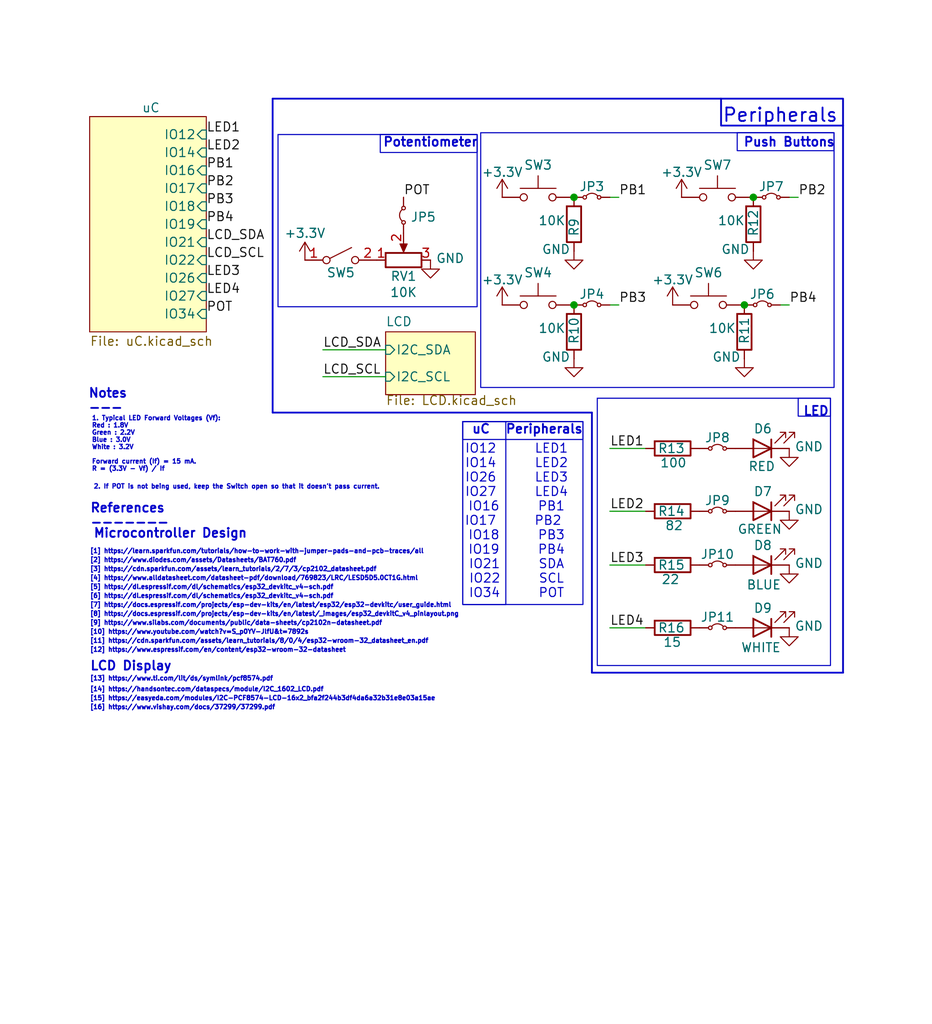
<source format=kicad_sch>
(kicad_sch
	(version 20231120)
	(generator "eeschema")
	(generator_version "8.0")
	(uuid "747b9952-e431-4623-82a2-83ea2a8fb67d")
	(paper "User" 132 145)
	(title_block
		(date "2024-12-07")
		(rev "2.0")
		(company "Bandung Institute of Technology (ITB)")
		(comment 1 "Bostang Palaguna")
		(comment 2 "Designed by:")
	)
	(lib_symbols
		(symbol "Device:LED"
			(pin_numbers hide)
			(pin_names
				(offset 1.016) hide)
			(exclude_from_sim no)
			(in_bom yes)
			(on_board yes)
			(property "Reference" "D"
				(at 0 2.54 0)
				(effects
					(font
						(size 1.27 1.27)
					)
				)
			)
			(property "Value" "LED"
				(at 0 -2.54 0)
				(effects
					(font
						(size 1.27 1.27)
					)
				)
			)
			(property "Footprint" ""
				(at 0 0 0)
				(effects
					(font
						(size 1.27 1.27)
					)
					(hide yes)
				)
			)
			(property "Datasheet" "~"
				(at 0 0 0)
				(effects
					(font
						(size 1.27 1.27)
					)
					(hide yes)
				)
			)
			(property "Description" "Light emitting diode"
				(at 0 0 0)
				(effects
					(font
						(size 1.27 1.27)
					)
					(hide yes)
				)
			)
			(property "ki_keywords" "LED diode"
				(at 0 0 0)
				(effects
					(font
						(size 1.27 1.27)
					)
					(hide yes)
				)
			)
			(property "ki_fp_filters" "LED* LED_SMD:* LED_THT:*"
				(at 0 0 0)
				(effects
					(font
						(size 1.27 1.27)
					)
					(hide yes)
				)
			)
			(symbol "LED_0_1"
				(polyline
					(pts
						(xy -1.27 -1.27) (xy -1.27 1.27)
					)
					(stroke
						(width 0.254)
						(type default)
					)
					(fill
						(type none)
					)
				)
				(polyline
					(pts
						(xy -1.27 0) (xy 1.27 0)
					)
					(stroke
						(width 0)
						(type default)
					)
					(fill
						(type none)
					)
				)
				(polyline
					(pts
						(xy 1.27 -1.27) (xy 1.27 1.27) (xy -1.27 0) (xy 1.27 -1.27)
					)
					(stroke
						(width 0.254)
						(type default)
					)
					(fill
						(type none)
					)
				)
				(polyline
					(pts
						(xy -3.048 -0.762) (xy -4.572 -2.286) (xy -3.81 -2.286) (xy -4.572 -2.286) (xy -4.572 -1.524)
					)
					(stroke
						(width 0)
						(type default)
					)
					(fill
						(type none)
					)
				)
				(polyline
					(pts
						(xy -1.778 -0.762) (xy -3.302 -2.286) (xy -2.54 -2.286) (xy -3.302 -2.286) (xy -3.302 -1.524)
					)
					(stroke
						(width 0)
						(type default)
					)
					(fill
						(type none)
					)
				)
			)
			(symbol "LED_1_1"
				(pin passive line
					(at -3.81 0 0)
					(length 2.54)
					(name "K"
						(effects
							(font
								(size 1.27 1.27)
							)
						)
					)
					(number "1"
						(effects
							(font
								(size 1.27 1.27)
							)
						)
					)
				)
				(pin passive line
					(at 3.81 0 180)
					(length 2.54)
					(name "A"
						(effects
							(font
								(size 1.27 1.27)
							)
						)
					)
					(number "2"
						(effects
							(font
								(size 1.27 1.27)
							)
						)
					)
				)
			)
		)
		(symbol "Device:R"
			(pin_numbers hide)
			(pin_names
				(offset 0)
			)
			(exclude_from_sim no)
			(in_bom yes)
			(on_board yes)
			(property "Reference" "R"
				(at 2.032 0 90)
				(effects
					(font
						(size 1.27 1.27)
					)
				)
			)
			(property "Value" "R"
				(at 0 0 90)
				(effects
					(font
						(size 1.27 1.27)
					)
				)
			)
			(property "Footprint" ""
				(at -1.778 0 90)
				(effects
					(font
						(size 1.27 1.27)
					)
					(hide yes)
				)
			)
			(property "Datasheet" "~"
				(at 0 0 0)
				(effects
					(font
						(size 1.27 1.27)
					)
					(hide yes)
				)
			)
			(property "Description" "Resistor"
				(at 0 0 0)
				(effects
					(font
						(size 1.27 1.27)
					)
					(hide yes)
				)
			)
			(property "ki_keywords" "R res resistor"
				(at 0 0 0)
				(effects
					(font
						(size 1.27 1.27)
					)
					(hide yes)
				)
			)
			(property "ki_fp_filters" "R_*"
				(at 0 0 0)
				(effects
					(font
						(size 1.27 1.27)
					)
					(hide yes)
				)
			)
			(symbol "R_0_1"
				(rectangle
					(start -1.016 -2.54)
					(end 1.016 2.54)
					(stroke
						(width 0.254)
						(type default)
					)
					(fill
						(type none)
					)
				)
			)
			(symbol "R_1_1"
				(pin passive line
					(at 0 3.81 270)
					(length 1.27)
					(name "~"
						(effects
							(font
								(size 1.27 1.27)
							)
						)
					)
					(number "1"
						(effects
							(font
								(size 1.27 1.27)
							)
						)
					)
				)
				(pin passive line
					(at 0 -3.81 90)
					(length 1.27)
					(name "~"
						(effects
							(font
								(size 1.27 1.27)
							)
						)
					)
					(number "2"
						(effects
							(font
								(size 1.27 1.27)
							)
						)
					)
				)
			)
		)
		(symbol "Device:R_Potentiometer"
			(pin_names
				(offset 1.016) hide)
			(exclude_from_sim no)
			(in_bom yes)
			(on_board yes)
			(property "Reference" "RV"
				(at -4.445 0 90)
				(effects
					(font
						(size 1.27 1.27)
					)
				)
			)
			(property "Value" "R_Potentiometer"
				(at -2.54 0 90)
				(effects
					(font
						(size 1.27 1.27)
					)
				)
			)
			(property "Footprint" ""
				(at 0 0 0)
				(effects
					(font
						(size 1.27 1.27)
					)
					(hide yes)
				)
			)
			(property "Datasheet" "~"
				(at 0 0 0)
				(effects
					(font
						(size 1.27 1.27)
					)
					(hide yes)
				)
			)
			(property "Description" "Potentiometer"
				(at 0 0 0)
				(effects
					(font
						(size 1.27 1.27)
					)
					(hide yes)
				)
			)
			(property "ki_keywords" "resistor variable"
				(at 0 0 0)
				(effects
					(font
						(size 1.27 1.27)
					)
					(hide yes)
				)
			)
			(property "ki_fp_filters" "Potentiometer*"
				(at 0 0 0)
				(effects
					(font
						(size 1.27 1.27)
					)
					(hide yes)
				)
			)
			(symbol "R_Potentiometer_0_1"
				(polyline
					(pts
						(xy 2.54 0) (xy 1.524 0)
					)
					(stroke
						(width 0)
						(type default)
					)
					(fill
						(type none)
					)
				)
				(polyline
					(pts
						(xy 1.143 0) (xy 2.286 0.508) (xy 2.286 -0.508) (xy 1.143 0)
					)
					(stroke
						(width 0)
						(type default)
					)
					(fill
						(type outline)
					)
				)
				(rectangle
					(start 1.016 2.54)
					(end -1.016 -2.54)
					(stroke
						(width 0.254)
						(type default)
					)
					(fill
						(type none)
					)
				)
			)
			(symbol "R_Potentiometer_1_1"
				(pin passive line
					(at 0 3.81 270)
					(length 1.27)
					(name "1"
						(effects
							(font
								(size 1.27 1.27)
							)
						)
					)
					(number "1"
						(effects
							(font
								(size 1.27 1.27)
							)
						)
					)
				)
				(pin passive line
					(at 3.81 0 180)
					(length 1.27)
					(name "2"
						(effects
							(font
								(size 1.27 1.27)
							)
						)
					)
					(number "2"
						(effects
							(font
								(size 1.27 1.27)
							)
						)
					)
				)
				(pin passive line
					(at 0 -3.81 90)
					(length 1.27)
					(name "3"
						(effects
							(font
								(size 1.27 1.27)
							)
						)
					)
					(number "3"
						(effects
							(font
								(size 1.27 1.27)
							)
						)
					)
				)
			)
		)
		(symbol "Jumper:Jumper_2_Small_Bridged"
			(pin_numbers hide)
			(pin_names
				(offset 0) hide)
			(exclude_from_sim yes)
			(in_bom yes)
			(on_board yes)
			(property "Reference" "JP"
				(at 0 2.032 0)
				(effects
					(font
						(size 1.27 1.27)
					)
				)
			)
			(property "Value" "Jumper_2_Small_Bridged"
				(at 0 -2.286 0)
				(effects
					(font
						(size 1.27 1.27)
					)
				)
			)
			(property "Footprint" ""
				(at 0 0 0)
				(effects
					(font
						(size 1.27 1.27)
					)
					(hide yes)
				)
			)
			(property "Datasheet" "~"
				(at 0 0 0)
				(effects
					(font
						(size 1.27 1.27)
					)
					(hide yes)
				)
			)
			(property "Description" "Jumper, 2-pole, small symbol, bridged"
				(at 0 0 0)
				(effects
					(font
						(size 1.27 1.27)
					)
					(hide yes)
				)
			)
			(property "ki_keywords" "Jumper SPST"
				(at 0 0 0)
				(effects
					(font
						(size 1.27 1.27)
					)
					(hide yes)
				)
			)
			(property "ki_fp_filters" "Jumper* TestPoint*2Pads* TestPoint*Bridge*"
				(at 0 0 0)
				(effects
					(font
						(size 1.27 1.27)
					)
					(hide yes)
				)
			)
			(symbol "Jumper_2_Small_Bridged_0_0"
				(circle
					(center -1.016 0)
					(radius 0.254)
					(stroke
						(width 0)
						(type default)
					)
					(fill
						(type none)
					)
				)
				(circle
					(center 1.016 0)
					(radius 0.254)
					(stroke
						(width 0)
						(type default)
					)
					(fill
						(type none)
					)
				)
			)
			(symbol "Jumper_2_Small_Bridged_0_1"
				(arc
					(start 0.762 0.254)
					(mid 0 0.5696)
					(end -0.762 0.254)
					(stroke
						(width 0)
						(type default)
					)
					(fill
						(type none)
					)
				)
			)
			(symbol "Jumper_2_Small_Bridged_1_1"
				(pin passive line
					(at -2.54 0 0)
					(length 1.27)
					(name "A"
						(effects
							(font
								(size 1.27 1.27)
							)
						)
					)
					(number "1"
						(effects
							(font
								(size 1.27 1.27)
							)
						)
					)
				)
				(pin passive line
					(at 2.54 0 180)
					(length 1.27)
					(name "B"
						(effects
							(font
								(size 1.27 1.27)
							)
						)
					)
					(number "2"
						(effects
							(font
								(size 1.27 1.27)
							)
						)
					)
				)
			)
		)
		(symbol "Switch:SW_Push"
			(pin_numbers hide)
			(pin_names
				(offset 1.016) hide)
			(exclude_from_sim no)
			(in_bom yes)
			(on_board yes)
			(property "Reference" "SW"
				(at 1.27 2.54 0)
				(effects
					(font
						(size 1.27 1.27)
					)
					(justify left)
				)
			)
			(property "Value" "SW_Push"
				(at 0 -1.524 0)
				(effects
					(font
						(size 1.27 1.27)
					)
				)
			)
			(property "Footprint" ""
				(at 0 5.08 0)
				(effects
					(font
						(size 1.27 1.27)
					)
					(hide yes)
				)
			)
			(property "Datasheet" "~"
				(at 0 5.08 0)
				(effects
					(font
						(size 1.27 1.27)
					)
					(hide yes)
				)
			)
			(property "Description" "Push button switch, generic, two pins"
				(at 0 0 0)
				(effects
					(font
						(size 1.27 1.27)
					)
					(hide yes)
				)
			)
			(property "ki_keywords" "switch normally-open pushbutton push-button"
				(at 0 0 0)
				(effects
					(font
						(size 1.27 1.27)
					)
					(hide yes)
				)
			)
			(symbol "SW_Push_0_1"
				(circle
					(center -2.032 0)
					(radius 0.508)
					(stroke
						(width 0)
						(type default)
					)
					(fill
						(type none)
					)
				)
				(polyline
					(pts
						(xy 0 1.27) (xy 0 3.048)
					)
					(stroke
						(width 0)
						(type default)
					)
					(fill
						(type none)
					)
				)
				(polyline
					(pts
						(xy 2.54 1.27) (xy -2.54 1.27)
					)
					(stroke
						(width 0)
						(type default)
					)
					(fill
						(type none)
					)
				)
				(circle
					(center 2.032 0)
					(radius 0.508)
					(stroke
						(width 0)
						(type default)
					)
					(fill
						(type none)
					)
				)
				(pin passive line
					(at -5.08 0 0)
					(length 2.54)
					(name "1"
						(effects
							(font
								(size 1.27 1.27)
							)
						)
					)
					(number "1"
						(effects
							(font
								(size 1.27 1.27)
							)
						)
					)
				)
				(pin passive line
					(at 5.08 0 180)
					(length 2.54)
					(name "2"
						(effects
							(font
								(size 1.27 1.27)
							)
						)
					)
					(number "2"
						(effects
							(font
								(size 1.27 1.27)
							)
						)
					)
				)
			)
		)
		(symbol "Switch:SW_SPST"
			(pin_names
				(offset 0) hide)
			(exclude_from_sim no)
			(in_bom yes)
			(on_board yes)
			(property "Reference" "SW"
				(at 0 3.175 0)
				(effects
					(font
						(size 1.27 1.27)
					)
				)
			)
			(property "Value" "SW_SPST"
				(at 0 -2.54 0)
				(effects
					(font
						(size 1.27 1.27)
					)
				)
			)
			(property "Footprint" ""
				(at 0 0 0)
				(effects
					(font
						(size 1.27 1.27)
					)
					(hide yes)
				)
			)
			(property "Datasheet" "~"
				(at 0 0 0)
				(effects
					(font
						(size 1.27 1.27)
					)
					(hide yes)
				)
			)
			(property "Description" "Single Pole Single Throw (SPST) switch"
				(at 0 0 0)
				(effects
					(font
						(size 1.27 1.27)
					)
					(hide yes)
				)
			)
			(property "ki_keywords" "switch lever"
				(at 0 0 0)
				(effects
					(font
						(size 1.27 1.27)
					)
					(hide yes)
				)
			)
			(symbol "SW_SPST_0_0"
				(circle
					(center -2.032 0)
					(radius 0.508)
					(stroke
						(width 0)
						(type default)
					)
					(fill
						(type none)
					)
				)
				(polyline
					(pts
						(xy -1.524 0.254) (xy 1.524 1.778)
					)
					(stroke
						(width 0)
						(type default)
					)
					(fill
						(type none)
					)
				)
				(circle
					(center 2.032 0)
					(radius 0.508)
					(stroke
						(width 0)
						(type default)
					)
					(fill
						(type none)
					)
				)
			)
			(symbol "SW_SPST_1_1"
				(pin passive line
					(at -5.08 0 0)
					(length 2.54)
					(name "A"
						(effects
							(font
								(size 1.27 1.27)
							)
						)
					)
					(number "1"
						(effects
							(font
								(size 1.27 1.27)
							)
						)
					)
				)
				(pin passive line
					(at 5.08 0 180)
					(length 2.54)
					(name "B"
						(effects
							(font
								(size 1.27 1.27)
							)
						)
					)
					(number "2"
						(effects
							(font
								(size 1.27 1.27)
							)
						)
					)
				)
			)
		)
		(symbol "power:+3.3V"
			(power)
			(pin_numbers hide)
			(pin_names
				(offset 0) hide)
			(exclude_from_sim no)
			(in_bom yes)
			(on_board yes)
			(property "Reference" "#PWR"
				(at 0 -3.81 0)
				(effects
					(font
						(size 1.27 1.27)
					)
					(hide yes)
				)
			)
			(property "Value" "+3.3V"
				(at 0 3.556 0)
				(effects
					(font
						(size 1.27 1.27)
					)
				)
			)
			(property "Footprint" ""
				(at 0 0 0)
				(effects
					(font
						(size 1.27 1.27)
					)
					(hide yes)
				)
			)
			(property "Datasheet" ""
				(at 0 0 0)
				(effects
					(font
						(size 1.27 1.27)
					)
					(hide yes)
				)
			)
			(property "Description" "Power symbol creates a global label with name \"+3.3V\""
				(at 0 0 0)
				(effects
					(font
						(size 1.27 1.27)
					)
					(hide yes)
				)
			)
			(property "ki_keywords" "global power"
				(at 0 0 0)
				(effects
					(font
						(size 1.27 1.27)
					)
					(hide yes)
				)
			)
			(symbol "+3.3V_0_1"
				(polyline
					(pts
						(xy -0.762 1.27) (xy 0 2.54)
					)
					(stroke
						(width 0)
						(type default)
					)
					(fill
						(type none)
					)
				)
				(polyline
					(pts
						(xy 0 0) (xy 0 2.54)
					)
					(stroke
						(width 0)
						(type default)
					)
					(fill
						(type none)
					)
				)
				(polyline
					(pts
						(xy 0 2.54) (xy 0.762 1.27)
					)
					(stroke
						(width 0)
						(type default)
					)
					(fill
						(type none)
					)
				)
			)
			(symbol "+3.3V_1_1"
				(pin power_in line
					(at 0 0 90)
					(length 0)
					(name "~"
						(effects
							(font
								(size 1.27 1.27)
							)
						)
					)
					(number "1"
						(effects
							(font
								(size 1.27 1.27)
							)
						)
					)
				)
			)
		)
		(symbol "power:GND"
			(power)
			(pin_numbers hide)
			(pin_names
				(offset 0) hide)
			(exclude_from_sim no)
			(in_bom yes)
			(on_board yes)
			(property "Reference" "#PWR"
				(at 0 -6.35 0)
				(effects
					(font
						(size 1.27 1.27)
					)
					(hide yes)
				)
			)
			(property "Value" "GND"
				(at 0 -3.81 0)
				(effects
					(font
						(size 1.27 1.27)
					)
				)
			)
			(property "Footprint" ""
				(at 0 0 0)
				(effects
					(font
						(size 1.27 1.27)
					)
					(hide yes)
				)
			)
			(property "Datasheet" ""
				(at 0 0 0)
				(effects
					(font
						(size 1.27 1.27)
					)
					(hide yes)
				)
			)
			(property "Description" "Power symbol creates a global label with name \"GND\" , ground"
				(at 0 0 0)
				(effects
					(font
						(size 1.27 1.27)
					)
					(hide yes)
				)
			)
			(property "ki_keywords" "global power"
				(at 0 0 0)
				(effects
					(font
						(size 1.27 1.27)
					)
					(hide yes)
				)
			)
			(symbol "GND_0_1"
				(polyline
					(pts
						(xy 0 0) (xy 0 -1.27) (xy 1.27 -1.27) (xy 0 -2.54) (xy -1.27 -1.27) (xy 0 -1.27)
					)
					(stroke
						(width 0)
						(type default)
					)
					(fill
						(type none)
					)
				)
			)
			(symbol "GND_1_1"
				(pin power_in line
					(at 0 0 270)
					(length 0)
					(name "~"
						(effects
							(font
								(size 1.27 1.27)
							)
						)
					)
					(number "1"
						(effects
							(font
								(size 1.27 1.27)
							)
						)
					)
				)
			)
		)
	)
	(junction
		(at 105.41 43.18)
		(diameter 0)
		(color 0 0 0 0)
		(uuid "27f056d5-8f37-4a32-85ec-754b791fdf75")
	)
	(junction
		(at 81.28 43.18)
		(diameter 0)
		(color 0 0 0 0)
		(uuid "484cbdc3-93c4-457b-a3c5-0dbf17f8ffc8")
	)
	(junction
		(at 81.28 27.94)
		(diameter 0)
		(color 0 0 0 0)
		(uuid "6029a348-30ba-42c9-a028-35e6b3a342e3")
	)
	(junction
		(at 106.68 27.94)
		(diameter 0)
		(color 0 0 0 0)
		(uuid "898b9cee-90c7-4d62-8dd7-d7b44693b5ff")
	)
	(polyline
		(pts
			(xy 119.38 95.25) (xy 83.82 95.25)
		)
		(stroke
			(width 0.254)
			(type default)
		)
		(uuid "0854eb5c-64fe-48a6-8280-439202b4b892")
	)
	(wire
		(pts
			(xy 87.63 27.94) (xy 86.36 27.94)
		)
		(stroke
			(width 0)
			(type default)
		)
		(uuid "25c2fb92-50c1-48b3-9203-d1b300ed70d3")
	)
	(wire
		(pts
			(xy 86.36 88.9) (xy 91.44 88.9)
		)
		(stroke
			(width 0)
			(type default)
		)
		(uuid "67aab6a4-de61-4793-8b06-c68cf1949230")
	)
	(polyline
		(pts
			(xy 38.608 13.97) (xy 102.108 13.97)
		)
		(stroke
			(width 0.254)
			(type default)
		)
		(uuid "681cbbb7-70dd-4c18-aa21-9d460d560dfb")
	)
	(wire
		(pts
			(xy 45.72 49.53) (xy 54.61 49.53)
		)
		(stroke
			(width 0)
			(type default)
		)
		(uuid "72d29cd3-6385-4b6e-800b-b0272ee439d2")
	)
	(wire
		(pts
			(xy 87.63 43.18) (xy 86.36 43.18)
		)
		(stroke
			(width 0)
			(type default)
		)
		(uuid "87631a66-9d11-4fab-a855-0952327b7800")
	)
	(wire
		(pts
			(xy 111.76 43.18) (xy 110.49 43.18)
		)
		(stroke
			(width 0)
			(type default)
		)
		(uuid "a9653aeb-4001-4465-8c45-312894214bd8")
	)
	(wire
		(pts
			(xy 86.36 63.5) (xy 91.44 63.5)
		)
		(stroke
			(width 0)
			(type default)
		)
		(uuid "b18ca84d-d0b0-4a63-a351-581979ba02b0")
	)
	(wire
		(pts
			(xy 113.03 27.94) (xy 111.76 27.94)
		)
		(stroke
			(width 0)
			(type default)
		)
		(uuid "b78fef2e-8839-4210-84de-338bc27cd602")
	)
	(wire
		(pts
			(xy 86.36 80.01) (xy 91.44 80.01)
		)
		(stroke
			(width 0)
			(type default)
		)
		(uuid "c19317dc-e6c6-4931-baf0-74f04006d5a6")
	)
	(polyline
		(pts
			(xy 38.608 58.42) (xy 38.608 13.97)
		)
		(stroke
			(width 0.254)
			(type default)
		)
		(uuid "d92bf79e-d86f-41c8-88df-6289b73e6113")
	)
	(polyline
		(pts
			(xy 38.608 58.42) (xy 83.82 58.42)
		)
		(stroke
			(width 0.254)
			(type default)
		)
		(uuid "deeb2d87-0a21-4d62-bf37-b3ff193ed445")
	)
	(polyline
		(pts
			(xy 83.82 95.25) (xy 83.82 58.42)
		)
		(stroke
			(width 0.254)
			(type default)
		)
		(uuid "e075776c-338e-42d0-838b-510f8c6a2ea7")
	)
	(polyline
		(pts
			(xy 119.38 95.25) (xy 119.38 17.78)
		)
		(stroke
			(width 0.254)
			(type default)
		)
		(uuid "e9187114-22eb-46d0-9b70-9933261f518f")
	)
	(wire
		(pts
			(xy 86.36 72.39) (xy 91.44 72.39)
		)
		(stroke
			(width 0)
			(type default)
		)
		(uuid "f198b938-7dec-45cf-8c69-6a33a2ab1d15")
	)
	(wire
		(pts
			(xy 45.72 53.34) (xy 54.61 53.34)
		)
		(stroke
			(width 0)
			(type default)
		)
		(uuid "f3e1c14d-192f-460b-86b2-cb349be3edd0")
	)
	(rectangle
		(start 53.848 19.05)
		(end 67.564 21.59)
		(stroke
			(width 0)
			(type default)
		)
		(fill
			(type none)
		)
		(uuid 08e26597-cc8a-47f3-b97b-c135ae81a062)
	)
	(rectangle
		(start 68.072 18.796)
		(end 118.11 54.864)
		(stroke
			(width 0)
			(type default)
		)
		(fill
			(type none)
		)
		(uuid 29cba9de-b11e-4718-8771-92ae5a29105f)
	)
	(rectangle
		(start 65.532 59.69)
		(end 82.55 62.23)
		(stroke
			(width 0)
			(type default)
		)
		(fill
			(type none)
		)
		(uuid 4e2018ac-1e20-470f-983b-678c96d23237)
	)
	(rectangle
		(start 113.03 56.388)
		(end 117.602 58.928)
		(stroke
			(width 0)
			(type default)
		)
		(fill
			(type none)
		)
		(uuid 50d76be7-f936-44a7-b481-d4a22466ebae)
	)
	(rectangle
		(start 65.532 59.69)
		(end 71.628 85.598)
		(stroke
			(width 0)
			(type default)
		)
		(fill
			(type none)
		)
		(uuid 5e9294d0-25fc-4ad6-a055-626eb57367c7)
	)
	(rectangle
		(start 39.37 19.05)
		(end 67.564 43.434)
		(stroke
			(width 0)
			(type default)
		)
		(fill
			(type none)
		)
		(uuid 7929c790-c0bd-43e2-a60d-1f7b29b65241)
	)
	(rectangle
		(start 84.582 56.388)
		(end 117.602 94.234)
		(stroke
			(width 0)
			(type default)
		)
		(fill
			(type none)
		)
		(uuid 7d477b34-b834-45f0-8023-f0edb0c61e10)
	)
	(rectangle
		(start 104.394 18.796)
		(end 118.11 21.336)
		(stroke
			(width 0)
			(type default)
		)
		(fill
			(type none)
		)
		(uuid 94d299e9-523e-4771-901c-023ca7669684)
	)
	(rectangle
		(start 102.108 13.97)
		(end 119.38 17.78)
		(stroke
			(width 0.254)
			(type default)
		)
		(fill
			(type none)
		)
		(uuid bc5a89df-7cc5-427a-83b8-b447cf13cbd1)
	)
	(rectangle
		(start 65.532 59.69)
		(end 82.55 85.598)
		(stroke
			(width 0)
			(type default)
		)
		(fill
			(type none)
		)
		(uuid c5359fdb-0d4f-4af5-80b4-c32243ba3e5f)
	)
	(text "[5] https://dl.espressif.com/dl/schematics/esp32_devkitc_v4-sch.pdf"
		(exclude_from_sim no)
		(at 12.7 83.312 0)
		(effects
			(font
				(size 0.635 0.635)
				(thickness 0.254)
				(bold yes)
			)
			(justify left)
		)
		(uuid "006900b1-0150-4bf9-a05e-4ca072f7feac")
	)
	(text "[8] https://docs.espressif.com/projects/esp-dev-kits/en/latest/_images/esp32_devkitC_v4_pinlayout.png"
		(exclude_from_sim no)
		(at 12.7 87.122 0)
		(effects
			(font
				(size 0.635 0.635)
				(thickness 0.254)
				(bold yes)
			)
			(justify left)
		)
		(uuid "01f313ab-0acc-4286-8062-e6f41f777141")
	)
	(text "[9] https://www.silabs.com/documents/public/data-sheets/cp2102n-datasheet.pdf"
		(exclude_from_sim no)
		(at 12.7 88.392 0)
		(effects
			(font
				(size 0.635 0.635)
				(thickness 0.254)
				(bold yes)
			)
			(justify left)
		)
		(uuid "0c1cd6b4-3b7f-4c0a-8b6e-038462d229b0")
	)
	(text "Peripherals"
		(exclude_from_sim no)
		(at 110.49 16.51 0)
		(effects
			(font
				(size 1.905 1.905)
				(thickness 0.254)
				(bold yes)
			)
		)
		(uuid "0e94561c-3dbd-4054-8498-25f74966e670")
	)
	(text "[14] https://handsontec.com/dataspecs/module/I2C_1602_LCD.pdf"
		(exclude_from_sim no)
		(at 12.7 97.79 0)
		(effects
			(font
				(size 0.635 0.635)
				(thickness 0.254)
				(bold yes)
			)
			(justify left)
		)
		(uuid "130e7c25-a9ad-447f-86ad-862e6d39f95c")
	)
	(text "Push Buttons"
		(exclude_from_sim no)
		(at 111.76 20.32 0)
		(effects
			(font
				(size 1.27 1.27)
				(thickness 0.254)
				(bold yes)
			)
		)
		(uuid "23f9db3c-096b-4134-8b56-460f002b0352")
	)
	(text "[11] https://cdn.sparkfun.com/assets/learn_tutorials/8/0/4/esp32-wroom-32_datasheet_en.pdf"
		(exclude_from_sim no)
		(at 12.7 90.932 0)
		(effects
			(font
				(size 0.635 0.635)
				(thickness 0.254)
				(bold yes)
			)
			(justify left)
		)
		(uuid "283d99ad-6c61-4711-bc7b-316ac9ce437b")
	)
	(text "Notes\n---"
		(exclude_from_sim no)
		(at 12.446 56.896 0)
		(effects
			(font
				(size 1.27 1.27)
				(thickness 0.254)
				(bold yes)
			)
			(justify left)
		)
		(uuid "37c40cd6-e370-4860-addd-2016a09f18f3")
	)
	(text "[13] https://www.ti.com/lit/ds/symlink/pcf8574.pdf"
		(exclude_from_sim no)
		(at 12.7 96.266 0)
		(effects
			(font
				(size 0.635 0.635)
				(thickness 0.254)
				(bold yes)
			)
			(justify left)
		)
		(uuid "53b6f522-210b-430a-9e33-81276f152c8c")
	)
	(text "[6] https://dl.espressif.com/dl/schematics/esp32_devkitc_v4-sch.pdf"
		(exclude_from_sim no)
		(at 12.7 84.582 0)
		(effects
			(font
				(size 0.635 0.635)
				(thickness 0.254)
				(bold yes)
			)
			(justify left)
		)
		(uuid "5f1603c1-6ab3-493f-b6a0-ebc36c4f8393")
	)
	(text "[10] https://www.youtube.com/watch?v=S_p0YV-JlfU&t=7892s"
		(exclude_from_sim no)
		(at 12.7 89.662 0)
		(effects
			(font
				(size 0.635 0.635)
				(thickness 0.254)
				(bold yes)
			)
			(justify left)
		)
		(uuid "6675e448-529a-490a-8ccc-cee616a6708a")
	)
	(text "LCD Display"
		(exclude_from_sim no)
		(at 18.542 94.488 0)
		(effects
			(font
				(size 1.27 1.27)
				(thickness 0.254)
				(bold yes)
			)
		)
		(uuid "6d08dd82-7020-4989-a608-f01a6dd9f1e8")
	)
	(text "[7] https://docs.espressif.com/projects/esp-dev-kits/en/latest/esp32/esp32-devkitc/user_guide.html"
		(exclude_from_sim no)
		(at 12.7 85.852 0)
		(effects
			(font
				(size 0.635 0.635)
				(thickness 0.254)
				(bold yes)
			)
			(justify left)
		)
		(uuid "844e6169-8624-43a7-a493-0f4a680d116d")
	)
	(text "[3] https://cdn.sparkfun.com/assets/learn_tutorials/2/7/3/cp2102_datasheet.pdf"
		(exclude_from_sim no)
		(at 12.7 80.772 0)
		(effects
			(font
				(size 0.635 0.635)
				(thickness 0.254)
				(bold yes)
			)
			(justify left)
		)
		(uuid "8f95ec3d-a28b-4e1b-94c3-fa66488e83c1")
	)
	(text "Microcontroller Design"
		(exclude_from_sim no)
		(at 24.13 75.692 0)
		(effects
			(font
				(size 1.27 1.27)
				(thickness 0.254)
				(bold yes)
			)
		)
		(uuid "963bbbf9-1f53-4ecf-a031-e2f06af977c0")
	)
	(text "[4] https://www.alldatasheet.com/datasheet-pdf/download/769823/LRC/LESD5D5.0CT1G.html"
		(exclude_from_sim no)
		(at 12.7 82.042 0)
		(effects
			(font
				(size 0.635 0.635)
				(thickness 0.254)
				(bold yes)
			)
			(justify left)
		)
		(uuid "96ab9cfa-da16-4d50-95d0-d50527d65357")
	)
	(text "LED"
		(exclude_from_sim no)
		(at 115.57 58.42 0)
		(effects
			(font
				(size 1.27 1.27)
				(thickness 0.254)
				(bold yes)
			)
		)
		(uuid "a135c8e1-00b3-4325-8ce2-b6b99ccdd107")
	)
	(text "1. Typical LED Forward Voltages (Vf):\nRed : 1.8V \nGreen : 2.2V\nBlue : 3.0V \nWhite : 3.2V\n\nForward current (If) = 15 mA. \nR = (3.3V - Vf) / If"
		(exclude_from_sim no)
		(at 12.954 62.992 0)
		(effects
			(font
				(size 0.635 0.635)
			)
			(justify left)
		)
		(uuid "b327d5ff-cbcc-4add-aba6-1d27347822e7")
	)
	(text "[2] https://www.diodes.com/assets/Datasheets/BAT760.pdf"
		(exclude_from_sim no)
		(at 12.7 79.502 0)
		(effects
			(font
				(size 0.635 0.635)
				(thickness 0.254)
				(bold yes)
			)
			(justify left)
		)
		(uuid "bae36722-9355-4f73-ad8f-fb2478020350")
	)
	(text "[1] https://learn.sparkfun.com/tutorials/how-to-work-with-jumper-pads-and-pcb-traces/all"
		(exclude_from_sim no)
		(at 12.7 78.232 0)
		(effects
			(font
				(size 0.635 0.635)
				(thickness 0.254)
				(bold yes)
			)
			(justify left)
		)
		(uuid "bbe675bc-2e4e-4833-9c44-82ffbcffaf0e")
	)
	(text "[12] https://www.espressif.com/en/content/esp32-wroom-32-datasheet"
		(exclude_from_sim no)
		(at 12.7 92.202 0)
		(effects
			(font
				(size 0.635 0.635)
				(thickness 0.254)
				(bold yes)
			)
			(justify left)
		)
		(uuid "bd2969b6-b219-4798-8d65-ad7593f3784d")
	)
	(text "IO12	LED1\nIO14	LED2\nIO26	LED3\nIO27	LED4\nIO16	PB1\nIO17	PB2 \nIO18	PB3\nIO19	PB4\nIO21	SDA\nIO22	SCL\nIO34	POT"
		(exclude_from_sim no)
		(at 73.152 73.914 0)
		(effects
			(font
				(size 1.27 1.27)
			)
		)
		(uuid "c7531403-25ce-4742-999e-0ff2c770d19f")
	)
	(text "uC	Peripherals"
		(exclude_from_sim no)
		(at 74.676 60.96 0)
		(effects
			(font
				(size 1.27 1.27)
				(thickness 0.254)
				(bold yes)
			)
		)
		(uuid "cb0c64b7-e0b1-4979-a7b1-370d2805d8cc")
	)
	(text "2. If POT is not being used, keep the Switch open so that it doesn't pass current."
		(exclude_from_sim no)
		(at 13.208 69.088 0)
		(effects
			(font
				(size 0.635 0.635)
			)
			(justify left)
		)
		(uuid "d57b7384-37d5-4cf8-a2d9-02cb201f476c")
	)
	(text "References\n-------"
		(exclude_from_sim no)
		(at 12.7 73.152 0)
		(effects
			(font
				(size 1.27 1.27)
				(thickness 0.254)
				(bold yes)
			)
			(justify left)
		)
		(uuid "debf956d-74bc-4768-ae86-69161a3ffa67")
	)
	(text "Potentiometer"
		(exclude_from_sim no)
		(at 60.96 20.32 0)
		(effects
			(font
				(size 1.27 1.27)
				(thickness 0.254)
				(bold yes)
			)
		)
		(uuid "e0375105-e4cf-448a-9699-1f11440b8741")
	)
	(text "[16] https://www.vishay.com/docs/37299/37299.pdf"
		(exclude_from_sim no)
		(at 12.7 100.33 0)
		(effects
			(font
				(size 0.635 0.635)
				(thickness 0.254)
				(bold yes)
			)
			(justify left)
		)
		(uuid "e5dc862e-6f76-4987-ae0d-a06d14b07217")
	)
	(text "[15] https://easyeda.com/modules/I2C-PCF8574-LCD-16x2_bfa2f244b3df4da6a32b31e8e03a15ae"
		(exclude_from_sim no)
		(at 12.7 99.06 0)
		(effects
			(font
				(size 0.635 0.635)
				(thickness 0.254)
				(bold yes)
			)
			(justify left)
		)
		(uuid "eb9a3076-c4a6-495e-ae1c-5be1b2b4806f")
	)
	(label "PB3"
		(at 87.63 43.18 0)
		(fields_autoplaced yes)
		(effects
			(font
				(size 1.27 1.27)
			)
			(justify left bottom)
		)
		(uuid "0c578a0f-65a4-4697-9940-a308deb10b9e")
	)
	(label "LED3"
		(at 29.21 39.37 0)
		(fields_autoplaced yes)
		(effects
			(font
				(size 1.27 1.27)
			)
			(justify left bottom)
		)
		(uuid "1762f925-f3fa-438f-b523-b43318584bf6")
	)
	(label "LED2"
		(at 29.21 21.59 0)
		(fields_autoplaced yes)
		(effects
			(font
				(size 1.27 1.27)
			)
			(justify left bottom)
		)
		(uuid "1d6af89f-6b15-4041-a491-c34fad2f8495")
	)
	(label "POT"
		(at 29.21 44.45 0)
		(fields_autoplaced yes)
		(effects
			(font
				(size 1.27 1.27)
			)
			(justify left bottom)
		)
		(uuid "271d096b-913c-44f8-a1ad-e74e27080ad6")
	)
	(label "PB3"
		(at 29.21 29.21 0)
		(fields_autoplaced yes)
		(effects
			(font
				(size 1.27 1.27)
			)
			(justify left bottom)
		)
		(uuid "2d84d66e-ec89-48b3-863b-a258ce351463")
	)
	(label "PB4"
		(at 29.21 31.75 0)
		(fields_autoplaced yes)
		(effects
			(font
				(size 1.27 1.27)
			)
			(justify left bottom)
		)
		(uuid "40ef56fa-85d5-4ca1-a1b0-f6aa2d502a62")
	)
	(label "LED1"
		(at 86.36 63.5 0)
		(fields_autoplaced yes)
		(effects
			(font
				(size 1.27 1.27)
			)
			(justify left bottom)
		)
		(uuid "4189debf-b915-4786-9642-9bd5edfccfc1")
	)
	(label "LED3"
		(at 86.36 80.01 0)
		(fields_autoplaced yes)
		(effects
			(font
				(size 1.27 1.27)
			)
			(justify left bottom)
		)
		(uuid "4b49dae2-8f19-4a76-b734-156584e3ac46")
	)
	(label "LCD_SCL"
		(at 45.72 53.34 0)
		(fields_autoplaced yes)
		(effects
			(font
				(size 1.27 1.27)
			)
			(justify left bottom)
		)
		(uuid "6621348a-74ee-4502-a65e-dc74694e9854")
	)
	(label "LCD_SDA"
		(at 45.72 49.53 0)
		(fields_autoplaced yes)
		(effects
			(font
				(size 1.27 1.27)
			)
			(justify left bottom)
		)
		(uuid "81b170f2-4206-4ce7-bfcb-f997e167c64b")
	)
	(label "PB2"
		(at 113.03 27.94 0)
		(fields_autoplaced yes)
		(effects
			(font
				(size 1.27 1.27)
			)
			(justify left bottom)
		)
		(uuid "860e9105-cc78-43de-8492-db8b59eced65")
	)
	(label "LCD_SDA"
		(at 29.21 34.29 0)
		(fields_autoplaced yes)
		(effects
			(font
				(size 1.27 1.27)
			)
			(justify left bottom)
		)
		(uuid "881a8399-9e59-45d4-bb3e-d29e0c62f0bd")
	)
	(label "LCD_SCL"
		(at 29.21 36.83 0)
		(fields_autoplaced yes)
		(effects
			(font
				(size 1.27 1.27)
			)
			(justify left bottom)
		)
		(uuid "9cc527fe-ad47-4873-910d-57d5fa40355a")
	)
	(label "PB2"
		(at 29.21 26.67 0)
		(fields_autoplaced yes)
		(effects
			(font
				(size 1.27 1.27)
			)
			(justify left bottom)
		)
		(uuid "ccda8a86-f39f-41e8-9944-e583aa0f844c")
	)
	(label "PB1"
		(at 29.21 24.13 0)
		(fields_autoplaced yes)
		(effects
			(font
				(size 1.27 1.27)
			)
			(justify left bottom)
		)
		(uuid "d9cb57b7-9ec2-4404-8c02-4b5c4cb6c890")
	)
	(label "LED4"
		(at 86.36 88.9 0)
		(fields_autoplaced yes)
		(effects
			(font
				(size 1.27 1.27)
			)
			(justify left bottom)
		)
		(uuid "e3a78145-a640-43ac-a920-633972843f12")
	)
	(label "PB4"
		(at 111.76 43.18 0)
		(fields_autoplaced yes)
		(effects
			(font
				(size 1.27 1.27)
			)
			(justify left bottom)
		)
		(uuid "ea0eec7c-4591-47a3-88ba-e7847009a8fc")
	)
	(label "PB1"
		(at 87.63 27.94 0)
		(fields_autoplaced yes)
		(effects
			(font
				(size 1.27 1.27)
			)
			(justify left bottom)
		)
		(uuid "ed9b0163-bf87-4e5f-bfe4-f0f09b00ce80")
	)
	(label "LED1"
		(at 29.21 19.05 0)
		(fields_autoplaced yes)
		(effects
			(font
				(size 1.27 1.27)
			)
			(justify left bottom)
		)
		(uuid "f07bcc42-af53-4a8f-91c8-95fcc276e652")
	)
	(label "POT"
		(at 57.15 27.94 0)
		(fields_autoplaced yes)
		(effects
			(font
				(size 1.27 1.27)
			)
			(justify left bottom)
		)
		(uuid "f6f34fa1-39b3-4cb0-9af2-ae973ec7a10f")
	)
	(label "LED2"
		(at 86.36 72.39 0)
		(fields_autoplaced yes)
		(effects
			(font
				(size 1.27 1.27)
			)
			(justify left bottom)
		)
		(uuid "f8d67484-79b1-49c0-9124-f4257e5cef45")
	)
	(label "LED4"
		(at 29.21 41.91 0)
		(fields_autoplaced yes)
		(effects
			(font
				(size 1.27 1.27)
			)
			(justify left bottom)
		)
		(uuid "f9718fe0-c2b3-49e8-92b4-93c3182cf528")
	)
	(symbol
		(lib_id "power:GND")
		(at 60.96 36.83 0)
		(unit 1)
		(exclude_from_sim no)
		(in_bom yes)
		(on_board yes)
		(dnp no)
		(uuid "0b59115c-7537-4641-9e87-25c622dc21d1")
		(property "Reference" "#PWR040"
			(at 60.96 43.18 0)
			(effects
				(font
					(size 1.27 1.27)
				)
				(hide yes)
			)
		)
		(property "Value" "GND"
			(at 63.754 36.576 0)
			(effects
				(font
					(size 1.27 1.27)
				)
			)
		)
		(property "Footprint" ""
			(at 60.96 36.83 0)
			(effects
				(font
					(size 1.27 1.27)
				)
				(hide yes)
			)
		)
		(property "Datasheet" ""
			(at 60.96 36.83 0)
			(effects
				(font
					(size 1.27 1.27)
				)
				(hide yes)
			)
		)
		(property "Description" "Power symbol creates a global label with name \"GND\" , ground"
			(at 60.96 36.83 0)
			(effects
				(font
					(size 1.27 1.27)
				)
				(hide yes)
			)
		)
		(pin "1"
			(uuid "00cd2900-4ea2-4d64-a302-148c1f7cc11c")
		)
		(instances
			(project "EmbeddedSystemKit"
				(path "/747b9952-e431-4623-82a2-83ea2a8fb67d"
					(reference "#PWR040")
					(unit 1)
				)
			)
		)
	)
	(symbol
		(lib_id "power:GND")
		(at 111.76 80.01 0)
		(unit 1)
		(exclude_from_sim no)
		(in_bom yes)
		(on_board yes)
		(dnp no)
		(uuid "16fb0f51-7eb4-46d3-9f96-52d072640130")
		(property "Reference" "#PWR043"
			(at 111.76 86.36 0)
			(effects
				(font
					(size 1.27 1.27)
				)
				(hide yes)
			)
		)
		(property "Value" "GND"
			(at 114.554 79.756 0)
			(effects
				(font
					(size 1.27 1.27)
				)
			)
		)
		(property "Footprint" ""
			(at 111.76 80.01 0)
			(effects
				(font
					(size 1.27 1.27)
				)
				(hide yes)
			)
		)
		(property "Datasheet" ""
			(at 111.76 80.01 0)
			(effects
				(font
					(size 1.27 1.27)
				)
				(hide yes)
			)
		)
		(property "Description" "Power symbol creates a global label with name \"GND\" , ground"
			(at 111.76 80.01 0)
			(effects
				(font
					(size 1.27 1.27)
				)
				(hide yes)
			)
		)
		(pin "1"
			(uuid "7ee8083a-21d9-4fd7-a602-e32e6e9db3fd")
		)
		(instances
			(project "EmbeddedSystemKit"
				(path "/747b9952-e431-4623-82a2-83ea2a8fb67d"
					(reference "#PWR043")
					(unit 1)
				)
			)
		)
	)
	(symbol
		(lib_id "power:GND")
		(at 81.28 35.56 0)
		(unit 1)
		(exclude_from_sim no)
		(in_bom yes)
		(on_board yes)
		(dnp no)
		(uuid "1f20649b-7632-41bd-8a5c-d037cb25d54f")
		(property "Reference" "#PWR033"
			(at 81.28 41.91 0)
			(effects
				(font
					(size 1.27 1.27)
				)
				(hide yes)
			)
		)
		(property "Value" "GND"
			(at 78.74 35.306 0)
			(effects
				(font
					(size 1.27 1.27)
				)
			)
		)
		(property "Footprint" ""
			(at 81.28 35.56 0)
			(effects
				(font
					(size 1.27 1.27)
				)
				(hide yes)
			)
		)
		(property "Datasheet" ""
			(at 81.28 35.56 0)
			(effects
				(font
					(size 1.27 1.27)
				)
				(hide yes)
			)
		)
		(property "Description" "Power symbol creates a global label with name \"GND\" , ground"
			(at 81.28 35.56 0)
			(effects
				(font
					(size 1.27 1.27)
				)
				(hide yes)
			)
		)
		(pin "1"
			(uuid "1f1de6ca-4512-4cdc-9049-1789df3b5fa8")
		)
		(instances
			(project "EmbeddedSystemKit"
				(path "/747b9952-e431-4623-82a2-83ea2a8fb67d"
					(reference "#PWR033")
					(unit 1)
				)
			)
		)
	)
	(symbol
		(lib_id "power:GND")
		(at 111.76 88.9 0)
		(unit 1)
		(exclude_from_sim no)
		(in_bom yes)
		(on_board yes)
		(dnp no)
		(uuid "20268cbf-cba1-4bec-a344-617394e67b03")
		(property "Reference" "#PWR044"
			(at 111.76 95.25 0)
			(effects
				(font
					(size 1.27 1.27)
				)
				(hide yes)
			)
		)
		(property "Value" "GND"
			(at 114.554 88.646 0)
			(effects
				(font
					(size 1.27 1.27)
				)
			)
		)
		(property "Footprint" ""
			(at 111.76 88.9 0)
			(effects
				(font
					(size 1.27 1.27)
				)
				(hide yes)
			)
		)
		(property "Datasheet" ""
			(at 111.76 88.9 0)
			(effects
				(font
					(size 1.27 1.27)
				)
				(hide yes)
			)
		)
		(property "Description" "Power symbol creates a global label with name \"GND\" , ground"
			(at 111.76 88.9 0)
			(effects
				(font
					(size 1.27 1.27)
				)
				(hide yes)
			)
		)
		(pin "1"
			(uuid "39b820b2-e12f-4175-bf41-1a55ecd652b0")
		)
		(instances
			(project "EmbeddedSystemKit"
				(path "/747b9952-e431-4623-82a2-83ea2a8fb67d"
					(reference "#PWR044")
					(unit 1)
				)
			)
		)
	)
	(symbol
		(lib_id "Device:R")
		(at 95.25 63.5 90)
		(unit 1)
		(exclude_from_sim no)
		(in_bom yes)
		(on_board yes)
		(dnp no)
		(uuid "269638a7-9e5c-42da-82a6-41baca4dd224")
		(property "Reference" "R13"
			(at 97.028 63.5 90)
			(effects
				(font
					(size 1.27 1.27)
				)
				(justify left)
			)
		)
		(property "Value" "100"
			(at 97.282 65.532 90)
			(effects
				(font
					(size 1.27 1.27)
				)
				(justify left)
			)
		)
		(property "Footprint" "Resistor_SMD:R_0805_2012Metric"
			(at 95.25 65.278 90)
			(effects
				(font
					(size 1.27 1.27)
				)
				(hide yes)
			)
		)
		(property "Datasheet" "~"
			(at 95.25 63.5 0)
			(effects
				(font
					(size 1.27 1.27)
				)
				(hide yes)
			)
		)
		(property "Description" "Resistor"
			(at 95.25 63.5 0)
			(effects
				(font
					(size 1.27 1.27)
				)
				(hide yes)
			)
		)
		(pin "2"
			(uuid "c7a7fb22-ab0e-403e-a2d1-a7e9bfd7b99a")
		)
		(pin "1"
			(uuid "4cc833e2-d38c-46a2-a843-7478968e1714")
		)
		(instances
			(project "EmbeddedSystemKit"
				(path "/747b9952-e431-4623-82a2-83ea2a8fb67d"
					(reference "R13")
					(unit 1)
				)
			)
		)
	)
	(symbol
		(lib_id "Device:LED")
		(at 107.95 72.39 180)
		(unit 1)
		(exclude_from_sim no)
		(in_bom yes)
		(on_board yes)
		(dnp no)
		(uuid "2f1d2084-bfa0-4739-9877-d6d8c358f48e")
		(property "Reference" "D7"
			(at 106.68 69.596 0)
			(effects
				(font
					(size 1.27 1.27)
				)
				(justify right)
			)
		)
		(property "Value" "GREEN"
			(at 104.394 74.93 0)
			(effects
				(font
					(size 1.27 1.27)
				)
				(justify right)
			)
		)
		(property "Footprint" "LED_SMD:LED_0805_2012Metric"
			(at 107.95 72.39 0)
			(effects
				(font
					(size 1.27 1.27)
				)
				(hide yes)
			)
		)
		(property "Datasheet" "~"
			(at 107.95 72.39 0)
			(effects
				(font
					(size 1.27 1.27)
				)
				(hide yes)
			)
		)
		(property "Description" "Light emitting diode"
			(at 107.95 72.39 0)
			(effects
				(font
					(size 1.27 1.27)
				)
				(hide yes)
			)
		)
		(pin "2"
			(uuid "8be9b7bf-0743-4f55-a64f-da337501993d")
		)
		(pin "1"
			(uuid "639264be-af6a-41d9-a769-6cf582a76efa")
		)
		(instances
			(project "EmbeddedSystemKit"
				(path "/747b9952-e431-4623-82a2-83ea2a8fb67d"
					(reference "D7")
					(unit 1)
				)
			)
		)
	)
	(symbol
		(lib_id "power:+3.3V")
		(at 43.18 36.83 0)
		(unit 1)
		(exclude_from_sim no)
		(in_bom yes)
		(on_board yes)
		(dnp no)
		(uuid "3c36cdff-b867-4ae7-a3ba-eb6f3f6f9fb9")
		(property "Reference" "#PWR035"
			(at 43.18 40.64 0)
			(effects
				(font
					(size 1.27 1.27)
				)
				(hide yes)
			)
		)
		(property "Value" "+3.3V"
			(at 43.18 33.02 0)
			(effects
				(font
					(size 1.27 1.27)
				)
			)
		)
		(property "Footprint" ""
			(at 43.18 36.83 0)
			(effects
				(font
					(size 1.27 1.27)
				)
				(hide yes)
			)
		)
		(property "Datasheet" ""
			(at 43.18 36.83 0)
			(effects
				(font
					(size 1.27 1.27)
				)
				(hide yes)
			)
		)
		(property "Description" "Power symbol creates a global label with name \"+3.3V\""
			(at 43.18 36.83 0)
			(effects
				(font
					(size 1.27 1.27)
				)
				(hide yes)
			)
		)
		(pin "1"
			(uuid "c7ed4b99-0466-4c68-a770-bc942736f808")
		)
		(instances
			(project "EmbeddedSystemKit"
				(path "/747b9952-e431-4623-82a2-83ea2a8fb67d"
					(reference "#PWR035")
					(unit 1)
				)
			)
		)
	)
	(symbol
		(lib_id "power:GND")
		(at 81.28 50.8 0)
		(unit 1)
		(exclude_from_sim no)
		(in_bom yes)
		(on_board yes)
		(dnp no)
		(uuid "4b22ccf2-8588-4dfb-8c32-850ca95a264f")
		(property "Reference" "#PWR034"
			(at 81.28 57.15 0)
			(effects
				(font
					(size 1.27 1.27)
				)
				(hide yes)
			)
		)
		(property "Value" "GND"
			(at 78.74 50.546 0)
			(effects
				(font
					(size 1.27 1.27)
				)
			)
		)
		(property "Footprint" ""
			(at 81.28 50.8 0)
			(effects
				(font
					(size 1.27 1.27)
				)
				(hide yes)
			)
		)
		(property "Datasheet" ""
			(at 81.28 50.8 0)
			(effects
				(font
					(size 1.27 1.27)
				)
				(hide yes)
			)
		)
		(property "Description" "Power symbol creates a global label with name \"GND\" , ground"
			(at 81.28 50.8 0)
			(effects
				(font
					(size 1.27 1.27)
				)
				(hide yes)
			)
		)
		(pin "1"
			(uuid "d9993456-d705-46f6-b2ea-1e0b76587306")
		)
		(instances
			(project "EmbeddedSystemKit"
				(path "/747b9952-e431-4623-82a2-83ea2a8fb67d"
					(reference "#PWR034")
					(unit 1)
				)
			)
		)
	)
	(symbol
		(lib_id "power:+3.3V")
		(at 95.25 43.18 0)
		(unit 1)
		(exclude_from_sim no)
		(in_bom yes)
		(on_board yes)
		(dnp no)
		(uuid "4cbece95-0dba-42e1-ac0c-3db9f9affde4")
		(property "Reference" "#PWR036"
			(at 95.25 46.99 0)
			(effects
				(font
					(size 1.27 1.27)
				)
				(hide yes)
			)
		)
		(property "Value" "+3.3V"
			(at 95.25 39.624 0)
			(effects
				(font
					(size 1.27 1.27)
				)
			)
		)
		(property "Footprint" ""
			(at 95.25 43.18 0)
			(effects
				(font
					(size 1.27 1.27)
				)
				(hide yes)
			)
		)
		(property "Datasheet" ""
			(at 95.25 43.18 0)
			(effects
				(font
					(size 1.27 1.27)
				)
				(hide yes)
			)
		)
		(property "Description" "Power symbol creates a global label with name \"+3.3V\""
			(at 95.25 43.18 0)
			(effects
				(font
					(size 1.27 1.27)
				)
				(hide yes)
			)
		)
		(pin "1"
			(uuid "b9ea09cd-0c86-4e14-8a65-473b39efe3fd")
		)
		(instances
			(project "EmbeddedSystemKit"
				(path "/747b9952-e431-4623-82a2-83ea2a8fb67d"
					(reference "#PWR036")
					(unit 1)
				)
			)
		)
	)
	(symbol
		(lib_id "Jumper:Jumper_2_Small_Bridged")
		(at 83.82 27.94 0)
		(unit 1)
		(exclude_from_sim yes)
		(in_bom yes)
		(on_board yes)
		(dnp no)
		(uuid "563e9b04-50e7-4a18-9e1e-6b21dc9e21da")
		(property "Reference" "JP3"
			(at 83.82 26.416 0)
			(effects
				(font
					(size 1.27 1.27)
				)
			)
		)
		(property "Value" "Jumper_2_Small_Bridged"
			(at 83.82 25.4 0)
			(effects
				(font
					(size 1.27 1.27)
				)
				(hide yes)
			)
		)
		(property "Footprint" "Resistor_SMD:R_0805_2012Metric"
			(at 83.82 27.94 0)
			(effects
				(font
					(size 1.27 1.27)
				)
				(hide yes)
			)
		)
		(property "Datasheet" "~"
			(at 83.82 27.94 0)
			(effects
				(font
					(size 1.27 1.27)
				)
				(hide yes)
			)
		)
		(property "Description" "Jumper, 2-pole, small symbol, bridged"
			(at 83.82 27.94 0)
			(effects
				(font
					(size 1.27 1.27)
				)
				(hide yes)
			)
		)
		(pin "2"
			(uuid "714fb6a6-0943-4680-8db8-334fa2ccc905")
		)
		(pin "1"
			(uuid "15577ff5-df12-4d37-85ea-c320775fe944")
		)
		(instances
			(project "EmbeddedSystemKit"
				(path "/747b9952-e431-4623-82a2-83ea2a8fb67d"
					(reference "JP3")
					(unit 1)
				)
			)
		)
	)
	(symbol
		(lib_id "Device:LED")
		(at 107.95 88.9 180)
		(unit 1)
		(exclude_from_sim no)
		(in_bom yes)
		(on_board yes)
		(dnp no)
		(uuid "56473730-5d9e-4118-886a-768b60fd3c81")
		(property "Reference" "D9"
			(at 106.68 86.106 0)
			(effects
				(font
					(size 1.27 1.27)
				)
				(justify right)
			)
		)
		(property "Value" "WHITE"
			(at 104.902 91.694 0)
			(effects
				(font
					(size 1.27 1.27)
				)
				(justify right)
			)
		)
		(property "Footprint" "LED_SMD:LED_0805_2012Metric"
			(at 107.95 88.9 0)
			(effects
				(font
					(size 1.27 1.27)
				)
				(hide yes)
			)
		)
		(property "Datasheet" "~"
			(at 107.95 88.9 0)
			(effects
				(font
					(size 1.27 1.27)
				)
				(hide yes)
			)
		)
		(property "Description" "Light emitting diode"
			(at 107.95 88.9 0)
			(effects
				(font
					(size 1.27 1.27)
				)
				(hide yes)
			)
		)
		(pin "2"
			(uuid "833d5f63-ea5c-4a90-8112-790fd616b5a1")
		)
		(pin "1"
			(uuid "262bf2b5-de81-4e4c-8acf-2e1597dd3ee7")
		)
		(instances
			(project "EmbeddedSystemKit"
				(path "/747b9952-e431-4623-82a2-83ea2a8fb67d"
					(reference "D9")
					(unit 1)
				)
			)
		)
	)
	(symbol
		(lib_id "Device:LED")
		(at 107.95 63.5 180)
		(unit 1)
		(exclude_from_sim no)
		(in_bom yes)
		(on_board yes)
		(dnp no)
		(uuid "5be7f26b-990c-4ac5-8f4c-cc061365521d")
		(property "Reference" "D6"
			(at 106.68 60.706 0)
			(effects
				(font
					(size 1.27 1.27)
				)
				(justify right)
			)
		)
		(property "Value" "RED"
			(at 105.918 66.04 0)
			(effects
				(font
					(size 1.27 1.27)
				)
				(justify right)
			)
		)
		(property "Footprint" "LED_SMD:LED_0805_2012Metric"
			(at 107.95 63.5 0)
			(effects
				(font
					(size 1.27 1.27)
				)
				(hide yes)
			)
		)
		(property "Datasheet" "~"
			(at 107.95 63.5 0)
			(effects
				(font
					(size 1.27 1.27)
				)
				(hide yes)
			)
		)
		(property "Description" "Light emitting diode"
			(at 107.95 63.5 0)
			(effects
				(font
					(size 1.27 1.27)
				)
				(hide yes)
			)
		)
		(pin "2"
			(uuid "8bb6fdac-24c5-45ba-b9b8-c7bd0573ce3c")
		)
		(pin "1"
			(uuid "757f19ba-4013-452a-8031-90cae2b69eb9")
		)
		(instances
			(project "EmbeddedSystemKit"
				(path "/747b9952-e431-4623-82a2-83ea2a8fb67d"
					(reference "D6")
					(unit 1)
				)
			)
		)
	)
	(symbol
		(lib_id "Jumper:Jumper_2_Small_Bridged")
		(at 101.6 63.5 0)
		(unit 1)
		(exclude_from_sim yes)
		(in_bom yes)
		(on_board yes)
		(dnp no)
		(uuid "645a042a-384d-468b-9b96-96faee84be54")
		(property "Reference" "JP8"
			(at 101.6 61.976 0)
			(effects
				(font
					(size 1.27 1.27)
				)
			)
		)
		(property "Value" "Jumper_2_Small_Bridged"
			(at 101.6 60.96 0)
			(effects
				(font
					(size 1.27 1.27)
				)
				(hide yes)
			)
		)
		(property "Footprint" "Resistor_SMD:R_0805_2012Metric"
			(at 101.6 63.5 0)
			(effects
				(font
					(size 1.27 1.27)
				)
				(hide yes)
			)
		)
		(property "Datasheet" "~"
			(at 101.6 63.5 0)
			(effects
				(font
					(size 1.27 1.27)
				)
				(hide yes)
			)
		)
		(property "Description" "Jumper, 2-pole, small symbol, bridged"
			(at 101.6 63.5 0)
			(effects
				(font
					(size 1.27 1.27)
				)
				(hide yes)
			)
		)
		(pin "2"
			(uuid "1c91dcd8-92e1-4de1-8ed2-18147b0d6cdd")
		)
		(pin "1"
			(uuid "ef8ffe30-6ada-4afb-9d4e-da1506136c6c")
		)
		(instances
			(project "EmbeddedSystemKit"
				(path "/747b9952-e431-4623-82a2-83ea2a8fb67d"
					(reference "JP8")
					(unit 1)
				)
			)
		)
	)
	(symbol
		(lib_id "Jumper:Jumper_2_Small_Bridged")
		(at 109.22 27.94 0)
		(unit 1)
		(exclude_from_sim yes)
		(in_bom yes)
		(on_board yes)
		(dnp no)
		(uuid "70c198ed-00a8-4fbc-82c5-b678b4f64047")
		(property "Reference" "JP7"
			(at 109.22 26.416 0)
			(effects
				(font
					(size 1.27 1.27)
				)
			)
		)
		(property "Value" "Jumper_2_Small_Bridged"
			(at 109.22 25.4 0)
			(effects
				(font
					(size 1.27 1.27)
				)
				(hide yes)
			)
		)
		(property "Footprint" "Resistor_SMD:R_0805_2012Metric"
			(at 109.22 27.94 0)
			(effects
				(font
					(size 1.27 1.27)
				)
				(hide yes)
			)
		)
		(property "Datasheet" "~"
			(at 109.22 27.94 0)
			(effects
				(font
					(size 1.27 1.27)
				)
				(hide yes)
			)
		)
		(property "Description" "Jumper, 2-pole, small symbol, bridged"
			(at 109.22 27.94 0)
			(effects
				(font
					(size 1.27 1.27)
				)
				(hide yes)
			)
		)
		(pin "2"
			(uuid "66150483-1fa3-403e-aa53-3ed2ab4f6db3")
		)
		(pin "1"
			(uuid "de38423d-8233-4fd3-bee2-941f4f3e5ccc")
		)
		(instances
			(project "EmbeddedSystemKit"
				(path "/747b9952-e431-4623-82a2-83ea2a8fb67d"
					(reference "JP7")
					(unit 1)
				)
			)
		)
	)
	(symbol
		(lib_id "Jumper:Jumper_2_Small_Bridged")
		(at 83.82 43.18 0)
		(unit 1)
		(exclude_from_sim yes)
		(in_bom yes)
		(on_board yes)
		(dnp no)
		(uuid "72388e9f-7ebf-47ef-a05a-8b23cfa6f07b")
		(property "Reference" "JP4"
			(at 83.82 41.656 0)
			(effects
				(font
					(size 1.27 1.27)
				)
			)
		)
		(property "Value" "Jumper_2_Small_Bridged"
			(at 83.82 40.64 0)
			(effects
				(font
					(size 1.27 1.27)
				)
				(hide yes)
			)
		)
		(property "Footprint" "Resistor_SMD:R_0805_2012Metric"
			(at 83.82 43.18 0)
			(effects
				(font
					(size 1.27 1.27)
				)
				(hide yes)
			)
		)
		(property "Datasheet" "~"
			(at 83.82 43.18 0)
			(effects
				(font
					(size 1.27 1.27)
				)
				(hide yes)
			)
		)
		(property "Description" "Jumper, 2-pole, small symbol, bridged"
			(at 83.82 43.18 0)
			(effects
				(font
					(size 1.27 1.27)
				)
				(hide yes)
			)
		)
		(pin "2"
			(uuid "a255d6a7-1ca0-46fd-a0be-55464e34daaf")
		)
		(pin "1"
			(uuid "f5d68c82-cb19-48de-b0ad-c8c862e1b795")
		)
		(instances
			(project "EmbeddedSystemKit"
				(path "/747b9952-e431-4623-82a2-83ea2a8fb67d"
					(reference "JP4")
					(unit 1)
				)
			)
		)
	)
	(symbol
		(lib_id "power:GND")
		(at 106.68 35.56 0)
		(unit 1)
		(exclude_from_sim no)
		(in_bom yes)
		(on_board yes)
		(dnp no)
		(uuid "7335eee3-9fa0-48b7-ba05-dc6bf72151d2")
		(property "Reference" "#PWR039"
			(at 106.68 41.91 0)
			(effects
				(font
					(size 1.27 1.27)
				)
				(hide yes)
			)
		)
		(property "Value" "GND"
			(at 104.14 35.306 0)
			(effects
				(font
					(size 1.27 1.27)
				)
			)
		)
		(property "Footprint" ""
			(at 106.68 35.56 0)
			(effects
				(font
					(size 1.27 1.27)
				)
				(hide yes)
			)
		)
		(property "Datasheet" ""
			(at 106.68 35.56 0)
			(effects
				(font
					(size 1.27 1.27)
				)
				(hide yes)
			)
		)
		(property "Description" "Power symbol creates a global label with name \"GND\" , ground"
			(at 106.68 35.56 0)
			(effects
				(font
					(size 1.27 1.27)
				)
				(hide yes)
			)
		)
		(pin "1"
			(uuid "597d55ff-9930-4e92-b8e5-b643a2aba67e")
		)
		(instances
			(project "EmbeddedSystemKit"
				(path "/747b9952-e431-4623-82a2-83ea2a8fb67d"
					(reference "#PWR039")
					(unit 1)
				)
			)
		)
	)
	(symbol
		(lib_id "power:GND")
		(at 111.76 63.5 0)
		(unit 1)
		(exclude_from_sim no)
		(in_bom yes)
		(on_board yes)
		(dnp no)
		(uuid "7618d491-4b75-40f3-88c8-d60995ac29b4")
		(property "Reference" "#PWR041"
			(at 111.76 69.85 0)
			(effects
				(font
					(size 1.27 1.27)
				)
				(hide yes)
			)
		)
		(property "Value" "GND"
			(at 114.554 63.246 0)
			(effects
				(font
					(size 1.27 1.27)
				)
			)
		)
		(property "Footprint" ""
			(at 111.76 63.5 0)
			(effects
				(font
					(size 1.27 1.27)
				)
				(hide yes)
			)
		)
		(property "Datasheet" ""
			(at 111.76 63.5 0)
			(effects
				(font
					(size 1.27 1.27)
				)
				(hide yes)
			)
		)
		(property "Description" "Power symbol creates a global label with name \"GND\" , ground"
			(at 111.76 63.5 0)
			(effects
				(font
					(size 1.27 1.27)
				)
				(hide yes)
			)
		)
		(pin "1"
			(uuid "201ae286-236f-4304-aa84-7fcbd8ca43b0")
		)
		(instances
			(project "EmbeddedSystemKit"
				(path "/747b9952-e431-4623-82a2-83ea2a8fb67d"
					(reference "#PWR041")
					(unit 1)
				)
			)
		)
	)
	(symbol
		(lib_id "Jumper:Jumper_2_Small_Bridged")
		(at 57.15 30.48 90)
		(unit 1)
		(exclude_from_sim yes)
		(in_bom yes)
		(on_board yes)
		(dnp no)
		(uuid "89e45cd4-3ffa-41a4-bb1a-558b0ff1ac75")
		(property "Reference" "JP5"
			(at 59.944 30.734 90)
			(effects
				(font
					(size 1.27 1.27)
				)
			)
		)
		(property "Value" "Jumper_2_Small_Bridged"
			(at 54.61 30.48 0)
			(effects
				(font
					(size 1.27 1.27)
				)
				(hide yes)
			)
		)
		(property "Footprint" "Resistor_SMD:R_0805_2012Metric"
			(at 57.15 30.48 0)
			(effects
				(font
					(size 1.27 1.27)
				)
				(hide yes)
			)
		)
		(property "Datasheet" "~"
			(at 57.15 30.48 0)
			(effects
				(font
					(size 1.27 1.27)
				)
				(hide yes)
			)
		)
		(property "Description" "Jumper, 2-pole, small symbol, bridged"
			(at 57.15 30.48 0)
			(effects
				(font
					(size 1.27 1.27)
				)
				(hide yes)
			)
		)
		(pin "2"
			(uuid "fbdf0a7e-5c34-4e25-90dc-eec0d2b56060")
		)
		(pin "1"
			(uuid "32148afc-4ad3-4120-bdf3-0afb530cd961")
		)
		(instances
			(project "EmbeddedSystemKit"
				(path "/747b9952-e431-4623-82a2-83ea2a8fb67d"
					(reference "JP5")
					(unit 1)
				)
			)
		)
	)
	(symbol
		(lib_id "Switch:SW_SPST")
		(at 48.26 36.83 0)
		(unit 1)
		(exclude_from_sim no)
		(in_bom yes)
		(on_board yes)
		(dnp no)
		(uuid "8a86e5c9-cb1a-47d1-b1be-982f21b64a4b")
		(property "Reference" "SW5"
			(at 48.26 38.608 0)
			(effects
				(font
					(size 1.27 1.27)
				)
			)
		)
		(property "Value" "SW_SPST"
			(at 48.26 33.02 0)
			(effects
				(font
					(size 1.27 1.27)
				)
				(hide yes)
			)
		)
		(property "Footprint" "Button_Switch_THT:SW_DIP_SPSTx01_Slide_6.7x4.1mm_W7.62mm_P2.54mm_LowProfile"
			(at 48.26 36.83 0)
			(effects
				(font
					(size 1.27 1.27)
				)
				(hide yes)
			)
		)
		(property "Datasheet" "~"
			(at 48.26 36.83 0)
			(effects
				(font
					(size 1.27 1.27)
				)
				(hide yes)
			)
		)
		(property "Description" "Single Pole Single Throw (SPST) switch"
			(at 48.26 36.83 0)
			(effects
				(font
					(size 1.27 1.27)
				)
				(hide yes)
			)
		)
		(pin "2"
			(uuid "5a2f03da-f884-4fcd-8bca-998169228015")
		)
		(pin "1"
			(uuid "bd002eeb-9ff5-429f-8f30-2fa6140a29e5")
		)
		(instances
			(project "EmbeddedSystemKit"
				(path "/747b9952-e431-4623-82a2-83ea2a8fb67d"
					(reference "SW5")
					(unit 1)
				)
			)
		)
	)
	(symbol
		(lib_id "power:GND")
		(at 111.76 72.39 0)
		(unit 1)
		(exclude_from_sim no)
		(in_bom yes)
		(on_board yes)
		(dnp no)
		(uuid "91b3b506-a0a7-40d7-a5bd-8b99340a969d")
		(property "Reference" "#PWR042"
			(at 111.76 78.74 0)
			(effects
				(font
					(size 1.27 1.27)
				)
				(hide yes)
			)
		)
		(property "Value" "GND"
			(at 114.554 72.136 0)
			(effects
				(font
					(size 1.27 1.27)
				)
			)
		)
		(property "Footprint" ""
			(at 111.76 72.39 0)
			(effects
				(font
					(size 1.27 1.27)
				)
				(hide yes)
			)
		)
		(property "Datasheet" ""
			(at 111.76 72.39 0)
			(effects
				(font
					(size 1.27 1.27)
				)
				(hide yes)
			)
		)
		(property "Description" "Power symbol creates a global label with name \"GND\" , ground"
			(at 111.76 72.39 0)
			(effects
				(font
					(size 1.27 1.27)
				)
				(hide yes)
			)
		)
		(pin "1"
			(uuid "00d0b2ed-2b11-47c7-b293-aedc0aa4bfa5")
		)
		(instances
			(project "EmbeddedSystemKit"
				(path "/747b9952-e431-4623-82a2-83ea2a8fb67d"
					(reference "#PWR042")
					(unit 1)
				)
			)
		)
	)
	(symbol
		(lib_id "Jumper:Jumper_2_Small_Bridged")
		(at 101.6 72.39 0)
		(unit 1)
		(exclude_from_sim yes)
		(in_bom yes)
		(on_board yes)
		(dnp no)
		(uuid "934ec67f-a2d1-4ea1-a57c-2007d14f9e4c")
		(property "Reference" "JP9"
			(at 101.6 70.866 0)
			(effects
				(font
					(size 1.27 1.27)
				)
			)
		)
		(property "Value" "Jumper_2_Small_Bridged"
			(at 101.6 69.85 0)
			(effects
				(font
					(size 1.27 1.27)
				)
				(hide yes)
			)
		)
		(property "Footprint" "Resistor_SMD:R_0805_2012Metric"
			(at 101.6 72.39 0)
			(effects
				(font
					(size 1.27 1.27)
				)
				(hide yes)
			)
		)
		(property "Datasheet" "~"
			(at 101.6 72.39 0)
			(effects
				(font
					(size 1.27 1.27)
				)
				(hide yes)
			)
		)
		(property "Description" "Jumper, 2-pole, small symbol, bridged"
			(at 101.6 72.39 0)
			(effects
				(font
					(size 1.27 1.27)
				)
				(hide yes)
			)
		)
		(pin "2"
			(uuid "03bc5db2-420f-4d14-88cd-82beaea2f7aa")
		)
		(pin "1"
			(uuid "d4300b3f-21ab-4cb4-aec6-b0ce36167cbb")
		)
		(instances
			(project "EmbeddedSystemKit"
				(path "/747b9952-e431-4623-82a2-83ea2a8fb67d"
					(reference "JP9")
					(unit 1)
				)
			)
		)
	)
	(symbol
		(lib_id "Device:R")
		(at 106.68 31.75 0)
		(unit 1)
		(exclude_from_sim no)
		(in_bom yes)
		(on_board yes)
		(dnp no)
		(uuid "93622fda-753d-4f3a-859b-d513411e5300")
		(property "Reference" "R12"
			(at 106.68 33.528 90)
			(effects
				(font
					(size 1.27 1.27)
				)
				(justify left)
			)
		)
		(property "Value" "10K"
			(at 101.6 31.242 0)
			(effects
				(font
					(size 1.27 1.27)
				)
				(justify left)
			)
		)
		(property "Footprint" "Resistor_SMD:R_0805_2012Metric"
			(at 104.902 31.75 90)
			(effects
				(font
					(size 1.27 1.27)
				)
				(hide yes)
			)
		)
		(property "Datasheet" "~"
			(at 106.68 31.75 0)
			(effects
				(font
					(size 1.27 1.27)
				)
				(hide yes)
			)
		)
		(property "Description" "Resistor"
			(at 106.68 31.75 0)
			(effects
				(font
					(size 1.27 1.27)
				)
				(hide yes)
			)
		)
		(pin "2"
			(uuid "61176bb5-4536-46e6-a2d0-0122806c80fe")
		)
		(pin "1"
			(uuid "021220aa-a319-475f-ac74-c88284f79b58")
		)
		(instances
			(project "EmbeddedSystemKit"
				(path "/747b9952-e431-4623-82a2-83ea2a8fb67d"
					(reference "R12")
					(unit 1)
				)
			)
		)
	)
	(symbol
		(lib_id "power:+3.3V")
		(at 96.52 27.94 0)
		(unit 1)
		(exclude_from_sim no)
		(in_bom yes)
		(on_board yes)
		(dnp no)
		(uuid "96d0b7c5-41a7-425d-ad95-41b9c9cd2020")
		(property "Reference" "#PWR037"
			(at 96.52 31.75 0)
			(effects
				(font
					(size 1.27 1.27)
				)
				(hide yes)
			)
		)
		(property "Value" "+3.3V"
			(at 96.52 24.384 0)
			(effects
				(font
					(size 1.27 1.27)
				)
			)
		)
		(property "Footprint" ""
			(at 96.52 27.94 0)
			(effects
				(font
					(size 1.27 1.27)
				)
				(hide yes)
			)
		)
		(property "Datasheet" ""
			(at 96.52 27.94 0)
			(effects
				(font
					(size 1.27 1.27)
				)
				(hide yes)
			)
		)
		(property "Description" "Power symbol creates a global label with name \"+3.3V\""
			(at 96.52 27.94 0)
			(effects
				(font
					(size 1.27 1.27)
				)
				(hide yes)
			)
		)
		(pin "1"
			(uuid "4fb32077-5b9a-4122-9571-ec126f2f40e8")
		)
		(instances
			(project "EmbeddedSystemKit"
				(path "/747b9952-e431-4623-82a2-83ea2a8fb67d"
					(reference "#PWR037")
					(unit 1)
				)
			)
		)
	)
	(symbol
		(lib_id "Switch:SW_Push")
		(at 76.2 27.94 0)
		(unit 1)
		(exclude_from_sim no)
		(in_bom yes)
		(on_board yes)
		(dnp no)
		(uuid "996e46d1-9093-4bf7-bde6-f98b75ca66a0")
		(property "Reference" "SW3"
			(at 76.2 23.368 0)
			(effects
				(font
					(size 1.27 1.27)
				)
			)
		)
		(property "Value" "SW_Push"
			(at 76.2 22.86 0)
			(effects
				(font
					(size 1.27 1.27)
				)
				(hide yes)
			)
		)
		(property "Footprint" "Button_Switch_THT:SW_PUSH_6mm_H8mm"
			(at 76.2 22.86 0)
			(effects
				(font
					(size 1.27 1.27)
				)
				(hide yes)
			)
		)
		(property "Datasheet" "~"
			(at 76.2 22.86 0)
			(effects
				(font
					(size 1.27 1.27)
				)
				(hide yes)
			)
		)
		(property "Description" "Push button switch, generic, two pins"
			(at 76.2 27.94 0)
			(effects
				(font
					(size 1.27 1.27)
				)
				(hide yes)
			)
		)
		(pin "1"
			(uuid "06f08fb0-ed0a-434f-a444-84d8bed89aad")
		)
		(pin "2"
			(uuid "915dc479-3189-40d5-a0f5-55de32739df4")
		)
		(instances
			(project "EmbeddedSystemKit"
				(path "/747b9952-e431-4623-82a2-83ea2a8fb67d"
					(reference "SW3")
					(unit 1)
				)
			)
		)
	)
	(symbol
		(lib_id "Jumper:Jumper_2_Small_Bridged")
		(at 101.6 88.9 0)
		(unit 1)
		(exclude_from_sim yes)
		(in_bom yes)
		(on_board yes)
		(dnp no)
		(uuid "a241cc93-3c9f-4900-9a40-d04bf8cddf33")
		(property "Reference" "JP11"
			(at 101.6 87.376 0)
			(effects
				(font
					(size 1.27 1.27)
				)
			)
		)
		(property "Value" "Jumper_2_Small_Bridged"
			(at 101.6 86.36 0)
			(effects
				(font
					(size 1.27 1.27)
				)
				(hide yes)
			)
		)
		(property "Footprint" "Resistor_SMD:R_0805_2012Metric"
			(at 101.6 88.9 0)
			(effects
				(font
					(size 1.27 1.27)
				)
				(hide yes)
			)
		)
		(property "Datasheet" "~"
			(at 101.6 88.9 0)
			(effects
				(font
					(size 1.27 1.27)
				)
				(hide yes)
			)
		)
		(property "Description" "Jumper, 2-pole, small symbol, bridged"
			(at 101.6 88.9 0)
			(effects
				(font
					(size 1.27 1.27)
				)
				(hide yes)
			)
		)
		(pin "2"
			(uuid "27d71359-7cde-4322-888f-c014a8c3e990")
		)
		(pin "1"
			(uuid "683d112f-6462-4743-b5b2-4c5ac6f869e2")
		)
		(instances
			(project "EmbeddedSystemKit"
				(path "/747b9952-e431-4623-82a2-83ea2a8fb67d"
					(reference "JP11")
					(unit 1)
				)
			)
		)
	)
	(symbol
		(lib_id "Device:R")
		(at 105.41 46.99 0)
		(unit 1)
		(exclude_from_sim no)
		(in_bom yes)
		(on_board yes)
		(dnp no)
		(uuid "a39f48d3-d0ca-4d11-9b8a-63a6827b56a3")
		(property "Reference" "R11"
			(at 105.41 48.768 90)
			(effects
				(font
					(size 1.27 1.27)
				)
				(justify left)
			)
		)
		(property "Value" "10K"
			(at 100.33 46.482 0)
			(effects
				(font
					(size 1.27 1.27)
				)
				(justify left)
			)
		)
		(property "Footprint" "Resistor_SMD:R_0805_2012Metric"
			(at 103.632 46.99 90)
			(effects
				(font
					(size 1.27 1.27)
				)
				(hide yes)
			)
		)
		(property "Datasheet" "~"
			(at 105.41 46.99 0)
			(effects
				(font
					(size 1.27 1.27)
				)
				(hide yes)
			)
		)
		(property "Description" "Resistor"
			(at 105.41 46.99 0)
			(effects
				(font
					(size 1.27 1.27)
				)
				(hide yes)
			)
		)
		(pin "2"
			(uuid "1e0698de-b1fe-4642-a68a-9a1443a00c72")
		)
		(pin "1"
			(uuid "72223c20-7d6f-4af1-b63f-06103cc768d6")
		)
		(instances
			(project "EmbeddedSystemKit"
				(path "/747b9952-e431-4623-82a2-83ea2a8fb67d"
					(reference "R11")
					(unit 1)
				)
			)
		)
	)
	(symbol
		(lib_id "Device:LED")
		(at 107.95 80.01 180)
		(unit 1)
		(exclude_from_sim no)
		(in_bom yes)
		(on_board yes)
		(dnp no)
		(uuid "a53d696f-9152-494a-a143-ca8f7cb68c63")
		(property "Reference" "D8"
			(at 106.68 77.216 0)
			(effects
				(font
					(size 1.27 1.27)
				)
				(justify right)
			)
		)
		(property "Value" "BLUE"
			(at 105.664 82.804 0)
			(effects
				(font
					(size 1.27 1.27)
				)
				(justify right)
			)
		)
		(property "Footprint" "LED_SMD:LED_0805_2012Metric"
			(at 107.95 80.01 0)
			(effects
				(font
					(size 1.27 1.27)
				)
				(hide yes)
			)
		)
		(property "Datasheet" "~"
			(at 107.95 80.01 0)
			(effects
				(font
					(size 1.27 1.27)
				)
				(hide yes)
			)
		)
		(property "Description" "Light emitting diode"
			(at 107.95 80.01 0)
			(effects
				(font
					(size 1.27 1.27)
				)
				(hide yes)
			)
		)
		(pin "2"
			(uuid "80b56909-a877-4995-aeaa-03e9b88b713d")
		)
		(pin "1"
			(uuid "d1441705-fc56-4dd8-a339-b7e8ccf9e0fe")
		)
		(instances
			(project "EmbeddedSystemKit"
				(path "/747b9952-e431-4623-82a2-83ea2a8fb67d"
					(reference "D8")
					(unit 1)
				)
			)
		)
	)
	(symbol
		(lib_id "Jumper:Jumper_2_Small_Bridged")
		(at 107.95 43.18 0)
		(unit 1)
		(exclude_from_sim yes)
		(in_bom yes)
		(on_board yes)
		(dnp no)
		(uuid "bdb3addc-9df2-431d-a306-656bd9ef915f")
		(property "Reference" "JP6"
			(at 107.95 41.656 0)
			(effects
				(font
					(size 1.27 1.27)
				)
			)
		)
		(property "Value" "Jumper_2_Small_Bridged"
			(at 107.95 40.64 0)
			(effects
				(font
					(size 1.27 1.27)
				)
				(hide yes)
			)
		)
		(property "Footprint" "Resistor_SMD:R_0805_2012Metric"
			(at 107.95 43.18 0)
			(effects
				(font
					(size 1.27 1.27)
				)
				(hide yes)
			)
		)
		(property "Datasheet" "~"
			(at 107.95 43.18 0)
			(effects
				(font
					(size 1.27 1.27)
				)
				(hide yes)
			)
		)
		(property "Description" "Jumper, 2-pole, small symbol, bridged"
			(at 107.95 43.18 0)
			(effects
				(font
					(size 1.27 1.27)
				)
				(hide yes)
			)
		)
		(pin "2"
			(uuid "536f4aaa-f6c1-44d2-826a-4c6e209cc8ab")
		)
		(pin "1"
			(uuid "73ff5c6b-8f0a-4ed3-b3f9-0addd58d3e48")
		)
		(instances
			(project "EmbeddedSystemKit"
				(path "/747b9952-e431-4623-82a2-83ea2a8fb67d"
					(reference "JP6")
					(unit 1)
				)
			)
		)
	)
	(symbol
		(lib_id "power:+3.3V")
		(at 71.12 43.18 0)
		(unit 1)
		(exclude_from_sim no)
		(in_bom yes)
		(on_board yes)
		(dnp no)
		(uuid "c440715c-3dc0-4866-bf46-aabb9a1246a9")
		(property "Reference" "#PWR032"
			(at 71.12 46.99 0)
			(effects
				(font
					(size 1.27 1.27)
				)
				(hide yes)
			)
		)
		(property "Value" "+3.3V"
			(at 71.12 39.624 0)
			(effects
				(font
					(size 1.27 1.27)
				)
			)
		)
		(property "Footprint" ""
			(at 71.12 43.18 0)
			(effects
				(font
					(size 1.27 1.27)
				)
				(hide yes)
			)
		)
		(property "Datasheet" ""
			(at 71.12 43.18 0)
			(effects
				(font
					(size 1.27 1.27)
				)
				(hide yes)
			)
		)
		(property "Description" "Power symbol creates a global label with name \"+3.3V\""
			(at 71.12 43.18 0)
			(effects
				(font
					(size 1.27 1.27)
				)
				(hide yes)
			)
		)
		(pin "1"
			(uuid "1ab9c657-653c-4356-a609-6b3df870ce3f")
		)
		(instances
			(project "EmbeddedSystemKit"
				(path "/747b9952-e431-4623-82a2-83ea2a8fb67d"
					(reference "#PWR032")
					(unit 1)
				)
			)
		)
	)
	(symbol
		(lib_id "Device:R")
		(at 81.28 46.99 0)
		(unit 1)
		(exclude_from_sim no)
		(in_bom yes)
		(on_board yes)
		(dnp no)
		(uuid "c840aa2a-0900-4dd0-bb35-b7ef7172493c")
		(property "Reference" "R10"
			(at 81.28 48.768 90)
			(effects
				(font
					(size 1.27 1.27)
				)
				(justify left)
			)
		)
		(property "Value" "10K"
			(at 76.2 46.482 0)
			(effects
				(font
					(size 1.27 1.27)
				)
				(justify left)
			)
		)
		(property "Footprint" "Resistor_SMD:R_0805_2012Metric"
			(at 79.502 46.99 90)
			(effects
				(font
					(size 1.27 1.27)
				)
				(hide yes)
			)
		)
		(property "Datasheet" "~"
			(at 81.28 46.99 0)
			(effects
				(font
					(size 1.27 1.27)
				)
				(hide yes)
			)
		)
		(property "Description" "Resistor"
			(at 81.28 46.99 0)
			(effects
				(font
					(size 1.27 1.27)
				)
				(hide yes)
			)
		)
		(pin "2"
			(uuid "8ba93bd5-c715-4cbb-a45b-fdb3346d4ece")
		)
		(pin "1"
			(uuid "7e66824b-a007-4107-a698-570110bf2251")
		)
		(instances
			(project "EmbeddedSystemKit"
				(path "/747b9952-e431-4623-82a2-83ea2a8fb67d"
					(reference "R10")
					(unit 1)
				)
			)
		)
	)
	(symbol
		(lib_id "power:GND")
		(at 105.41 50.8 0)
		(unit 1)
		(exclude_from_sim no)
		(in_bom yes)
		(on_board yes)
		(dnp no)
		(uuid "ca834996-6fbf-4d03-8335-b287ce22b2b2")
		(property "Reference" "#PWR038"
			(at 105.41 57.15 0)
			(effects
				(font
					(size 1.27 1.27)
				)
				(hide yes)
			)
		)
		(property "Value" "GND"
			(at 102.87 50.546 0)
			(effects
				(font
					(size 1.27 1.27)
				)
			)
		)
		(property "Footprint" ""
			(at 105.41 50.8 0)
			(effects
				(font
					(size 1.27 1.27)
				)
				(hide yes)
			)
		)
		(property "Datasheet" ""
			(at 105.41 50.8 0)
			(effects
				(font
					(size 1.27 1.27)
				)
				(hide yes)
			)
		)
		(property "Description" "Power symbol creates a global label with name \"GND\" , ground"
			(at 105.41 50.8 0)
			(effects
				(font
					(size 1.27 1.27)
				)
				(hide yes)
			)
		)
		(pin "1"
			(uuid "47b00b13-6f31-4977-8158-fd955d5d6c81")
		)
		(instances
			(project "EmbeddedSystemKit"
				(path "/747b9952-e431-4623-82a2-83ea2a8fb67d"
					(reference "#PWR038")
					(unit 1)
				)
			)
		)
	)
	(symbol
		(lib_id "Device:R")
		(at 95.25 80.01 90)
		(unit 1)
		(exclude_from_sim no)
		(in_bom yes)
		(on_board yes)
		(dnp no)
		(uuid "d11572ba-a1e0-4c60-a15e-d5c70adbb420")
		(property "Reference" "R15"
			(at 97.028 80.01 90)
			(effects
				(font
					(size 1.27 1.27)
				)
				(justify left)
			)
		)
		(property "Value" "22"
			(at 96.266 82.042 90)
			(effects
				(font
					(size 1.27 1.27)
				)
				(justify left)
			)
		)
		(property "Footprint" "Resistor_SMD:R_0805_2012Metric"
			(at 95.25 81.788 90)
			(effects
				(font
					(size 1.27 1.27)
				)
				(hide yes)
			)
		)
		(property "Datasheet" "~"
			(at 95.25 80.01 0)
			(effects
				(font
					(size 1.27 1.27)
				)
				(hide yes)
			)
		)
		(property "Description" "Resistor"
			(at 95.25 80.01 0)
			(effects
				(font
					(size 1.27 1.27)
				)
				(hide yes)
			)
		)
		(pin "2"
			(uuid "714a46ff-6348-4191-96c8-60c6ee3c0999")
		)
		(pin "1"
			(uuid "c05a23e6-411b-4cd5-96b9-b4182ebb1f32")
		)
		(instances
			(project "EmbeddedSystemKit"
				(path "/747b9952-e431-4623-82a2-83ea2a8fb67d"
					(reference "R15")
					(unit 1)
				)
			)
		)
	)
	(symbol
		(lib_id "power:+3.3V")
		(at 71.12 27.94 0)
		(unit 1)
		(exclude_from_sim no)
		(in_bom yes)
		(on_board yes)
		(dnp no)
		(uuid "e1e40af0-66f8-437b-aa8b-fdcf4ea0cd2d")
		(property "Reference" "#PWR031"
			(at 71.12 31.75 0)
			(effects
				(font
					(size 1.27 1.27)
				)
				(hide yes)
			)
		)
		(property "Value" "+3.3V"
			(at 71.12 24.384 0)
			(effects
				(font
					(size 1.27 1.27)
				)
			)
		)
		(property "Footprint" ""
			(at 71.12 27.94 0)
			(effects
				(font
					(size 1.27 1.27)
				)
				(hide yes)
			)
		)
		(property "Datasheet" ""
			(at 71.12 27.94 0)
			(effects
				(font
					(size 1.27 1.27)
				)
				(hide yes)
			)
		)
		(property "Description" "Power symbol creates a global label with name \"+3.3V\""
			(at 71.12 27.94 0)
			(effects
				(font
					(size 1.27 1.27)
				)
				(hide yes)
			)
		)
		(pin "1"
			(uuid "9b4f9b4a-de9f-4718-af1a-d72980936dff")
		)
		(instances
			(project "EmbeddedSystemKit"
				(path "/747b9952-e431-4623-82a2-83ea2a8fb67d"
					(reference "#PWR031")
					(unit 1)
				)
			)
		)
	)
	(symbol
		(lib_id "Switch:SW_Push")
		(at 101.6 27.94 0)
		(unit 1)
		(exclude_from_sim no)
		(in_bom yes)
		(on_board yes)
		(dnp no)
		(uuid "e812ecb9-e36e-42f0-805b-7f3f5f2b7ca2")
		(property "Reference" "SW7"
			(at 101.6 23.368 0)
			(effects
				(font
					(size 1.27 1.27)
				)
			)
		)
		(property "Value" "SW_Push"
			(at 101.6 22.86 0)
			(effects
				(font
					(size 1.27 1.27)
				)
				(hide yes)
			)
		)
		(property "Footprint" "Button_Switch_THT:SW_PUSH_6mm_H8mm"
			(at 101.6 22.86 0)
			(effects
				(font
					(size 1.27 1.27)
				)
				(hide yes)
			)
		)
		(property "Datasheet" "~"
			(at 101.6 22.86 0)
			(effects
				(font
					(size 1.27 1.27)
				)
				(hide yes)
			)
		)
		(property "Description" "Push button switch, generic, two pins"
			(at 101.6 27.94 0)
			(effects
				(font
					(size 1.27 1.27)
				)
				(hide yes)
			)
		)
		(pin "1"
			(uuid "23b4551a-2111-42fb-bf74-bd136f0f6c5c")
		)
		(pin "2"
			(uuid "daa95b4e-a334-4dc8-8462-f9a29a6c3148")
		)
		(instances
			(project "EmbeddedSystemKit"
				(path "/747b9952-e431-4623-82a2-83ea2a8fb67d"
					(reference "SW7")
					(unit 1)
				)
			)
		)
	)
	(symbol
		(lib_id "Device:R_Potentiometer")
		(at 57.15 36.83 90)
		(unit 1)
		(exclude_from_sim no)
		(in_bom yes)
		(on_board yes)
		(dnp no)
		(uuid "e8fd3880-f43a-46e1-abaf-9f2d711dcdd4")
		(property "Reference" "RV1"
			(at 57.15 39.116 90)
			(effects
				(font
					(size 1.27 1.27)
				)
			)
		)
		(property "Value" "10K"
			(at 57.15 41.402 90)
			(effects
				(font
					(size 1.27 1.27)
				)
			)
		)
		(property "Footprint" "Potentiometer_THT:Potentiometer_Bourns_PTV09A-1_Single_Vertical"
			(at 57.15 36.83 0)
			(effects
				(font
					(size 1.27 1.27)
				)
				(hide yes)
			)
		)
		(property "Datasheet" "~"
			(at 57.15 36.83 0)
			(effects
				(font
					(size 1.27 1.27)
				)
				(hide yes)
			)
		)
		(property "Description" "Potentiometer"
			(at 57.15 36.83 0)
			(effects
				(font
					(size 1.27 1.27)
				)
				(hide yes)
			)
		)
		(pin "2"
			(uuid "7985d0c9-ec13-4161-b9de-d51b19aef4a3")
		)
		(pin "3"
			(uuid "56e4ba65-983e-4385-a1b0-40307f007704")
		)
		(pin "1"
			(uuid "03ae57ef-e86e-440c-a031-a9210886ac5b")
		)
		(instances
			(project "EmbeddedSystemKit"
				(path "/747b9952-e431-4623-82a2-83ea2a8fb67d"
					(reference "RV1")
					(unit 1)
				)
			)
		)
	)
	(symbol
		(lib_id "Switch:SW_Push")
		(at 76.2 43.18 0)
		(unit 1)
		(exclude_from_sim no)
		(in_bom yes)
		(on_board yes)
		(dnp no)
		(uuid "ed598094-9234-4501-8c9a-e54e28b16e61")
		(property "Reference" "SW4"
			(at 76.2 38.608 0)
			(effects
				(font
					(size 1.27 1.27)
				)
			)
		)
		(property "Value" "SW_Push"
			(at 76.2 38.1 0)
			(effects
				(font
					(size 1.27 1.27)
				)
				(hide yes)
			)
		)
		(property "Footprint" "Button_Switch_THT:SW_PUSH_6mm_H8mm"
			(at 76.2 38.1 0)
			(effects
				(font
					(size 1.27 1.27)
				)
				(hide yes)
			)
		)
		(property "Datasheet" "~"
			(at 76.2 38.1 0)
			(effects
				(font
					(size 1.27 1.27)
				)
				(hide yes)
			)
		)
		(property "Description" "Push button switch, generic, two pins"
			(at 76.2 43.18 0)
			(effects
				(font
					(size 1.27 1.27)
				)
				(hide yes)
			)
		)
		(pin "1"
			(uuid "65dcc93f-7e89-43de-9d71-ba38177ef5c0")
		)
		(pin "2"
			(uuid "04725403-d2c9-412e-b4ad-97f6f7c85d2d")
		)
		(instances
			(project "EmbeddedSystemKit"
				(path "/747b9952-e431-4623-82a2-83ea2a8fb67d"
					(reference "SW4")
					(unit 1)
				)
			)
		)
	)
	(symbol
		(lib_id "Switch:SW_Push")
		(at 100.33 43.18 0)
		(unit 1)
		(exclude_from_sim no)
		(in_bom yes)
		(on_board yes)
		(dnp no)
		(uuid "ed74e093-7aba-4413-b1b5-8ef16c12768f")
		(property "Reference" "SW6"
			(at 100.33 38.608 0)
			(effects
				(font
					(size 1.27 1.27)
				)
			)
		)
		(property "Value" "SW_Push"
			(at 100.33 38.1 0)
			(effects
				(font
					(size 1.27 1.27)
				)
				(hide yes)
			)
		)
		(property "Footprint" "Button_Switch_THT:SW_PUSH_6mm_H8mm"
			(at 100.33 38.1 0)
			(effects
				(font
					(size 1.27 1.27)
				)
				(hide yes)
			)
		)
		(property "Datasheet" "~"
			(at 100.33 38.1 0)
			(effects
				(font
					(size 1.27 1.27)
				)
				(hide yes)
			)
		)
		(property "Description" "Push button switch, generic, two pins"
			(at 100.33 43.18 0)
			(effects
				(font
					(size 1.27 1.27)
				)
				(hide yes)
			)
		)
		(pin "1"
			(uuid "4b5340b2-0494-41ba-acb9-0a92a30f49d2")
		)
		(pin "2"
			(uuid "7ac53b45-31d6-49d2-b871-0f82a81c68c8")
		)
		(instances
			(project "EmbeddedSystemKit"
				(path "/747b9952-e431-4623-82a2-83ea2a8fb67d"
					(reference "SW6")
					(unit 1)
				)
			)
		)
	)
	(symbol
		(lib_id "Device:R")
		(at 81.28 31.75 0)
		(unit 1)
		(exclude_from_sim no)
		(in_bom yes)
		(on_board yes)
		(dnp no)
		(uuid "f090cbf9-ab9d-441b-9961-0bbe65ac1233")
		(property "Reference" "R9"
			(at 81.28 33.528 90)
			(effects
				(font
					(size 1.27 1.27)
				)
				(justify left)
			)
		)
		(property "Value" "10K"
			(at 76.2 31.242 0)
			(effects
				(font
					(size 1.27 1.27)
				)
				(justify left)
			)
		)
		(property "Footprint" "Resistor_SMD:R_0805_2012Metric"
			(at 79.502 31.75 90)
			(effects
				(font
					(size 1.27 1.27)
				)
				(hide yes)
			)
		)
		(property "Datasheet" "~"
			(at 81.28 31.75 0)
			(effects
				(font
					(size 1.27 1.27)
				)
				(hide yes)
			)
		)
		(property "Description" "Resistor"
			(at 81.28 31.75 0)
			(effects
				(font
					(size 1.27 1.27)
				)
				(hide yes)
			)
		)
		(pin "2"
			(uuid "1a3b3734-8676-4a35-854d-d672be3e7ad4")
		)
		(pin "1"
			(uuid "6a856693-1405-4727-8759-1831f3af0ee9")
		)
		(instances
			(project "EmbeddedSystemKit"
				(path "/747b9952-e431-4623-82a2-83ea2a8fb67d"
					(reference "R9")
					(unit 1)
				)
			)
		)
	)
	(symbol
		(lib_id "Jumper:Jumper_2_Small_Bridged")
		(at 101.6 80.01 0)
		(unit 1)
		(exclude_from_sim yes)
		(in_bom yes)
		(on_board yes)
		(dnp no)
		(uuid "f2178c0d-4833-41cc-b64a-cb83ac79da39")
		(property "Reference" "JP10"
			(at 101.6 78.486 0)
			(effects
				(font
					(size 1.27 1.27)
				)
			)
		)
		(property "Value" "Jumper_2_Small_Bridged"
			(at 101.6 77.47 0)
			(effects
				(font
					(size 1.27 1.27)
				)
				(hide yes)
			)
		)
		(property "Footprint" "Resistor_SMD:R_0805_2012Metric"
			(at 101.6 80.01 0)
			(effects
				(font
					(size 1.27 1.27)
				)
				(hide yes)
			)
		)
		(property "Datasheet" "~"
			(at 101.6 80.01 0)
			(effects
				(font
					(size 1.27 1.27)
				)
				(hide yes)
			)
		)
		(property "Description" "Jumper, 2-pole, small symbol, bridged"
			(at 101.6 80.01 0)
			(effects
				(font
					(size 1.27 1.27)
				)
				(hide yes)
			)
		)
		(pin "2"
			(uuid "f981135f-35e3-41a7-9e2d-df7c5eca169d")
		)
		(pin "1"
			(uuid "9b75fcbb-7329-4f6b-a14c-fdbf807ea57a")
		)
		(instances
			(project "EmbeddedSystemKit"
				(path "/747b9952-e431-4623-82a2-83ea2a8fb67d"
					(reference "JP10")
					(unit 1)
				)
			)
		)
	)
	(symbol
		(lib_id "Device:R")
		(at 95.25 88.9 90)
		(unit 1)
		(exclude_from_sim no)
		(in_bom yes)
		(on_board yes)
		(dnp no)
		(uuid "f2eb3aec-2a3e-4738-a912-09f3e6217139")
		(property "Reference" "R16"
			(at 97.028 88.9 90)
			(effects
				(font
					(size 1.27 1.27)
				)
				(justify left)
			)
		)
		(property "Value" "15"
			(at 96.52 90.932 90)
			(effects
				(font
					(size 1.27 1.27)
				)
				(justify left)
			)
		)
		(property "Footprint" "Resistor_SMD:R_0805_2012Metric"
			(at 95.25 90.678 90)
			(effects
				(font
					(size 1.27 1.27)
				)
				(hide yes)
			)
		)
		(property "Datasheet" "~"
			(at 95.25 88.9 0)
			(effects
				(font
					(size 1.27 1.27)
				)
				(hide yes)
			)
		)
		(property "Description" "Resistor"
			(at 95.25 88.9 0)
			(effects
				(font
					(size 1.27 1.27)
				)
				(hide yes)
			)
		)
		(pin "2"
			(uuid "5cd9f978-09e8-42ef-8645-7c147d41bb47")
		)
		(pin "1"
			(uuid "f34f0da1-bce6-4195-a593-f4c6545408a7")
		)
		(instances
			(project "EmbeddedSystemKit"
				(path "/747b9952-e431-4623-82a2-83ea2a8fb67d"
					(reference "R16")
					(unit 1)
				)
			)
		)
	)
	(symbol
		(lib_id "Device:R")
		(at 95.25 72.39 90)
		(unit 1)
		(exclude_from_sim no)
		(in_bom yes)
		(on_board yes)
		(dnp no)
		(uuid "fdbb6574-4594-4b8a-8961-d16df917680d")
		(property "Reference" "R14"
			(at 97.028 72.39 90)
			(effects
				(font
					(size 1.27 1.27)
				)
				(justify left)
			)
		)
		(property "Value" "82"
			(at 96.774 74.422 90)
			(effects
				(font
					(size 1.27 1.27)
				)
				(justify left)
			)
		)
		(property "Footprint" "Resistor_SMD:R_0805_2012Metric"
			(at 95.25 74.168 90)
			(effects
				(font
					(size 1.27 1.27)
				)
				(hide yes)
			)
		)
		(property "Datasheet" "~"
			(at 95.25 72.39 0)
			(effects
				(font
					(size 1.27 1.27)
				)
				(hide yes)
			)
		)
		(property "Description" "Resistor"
			(at 95.25 72.39 0)
			(effects
				(font
					(size 1.27 1.27)
				)
				(hide yes)
			)
		)
		(pin "2"
			(uuid "5e7a2f17-a905-4915-9283-60f450820b4a")
		)
		(pin "1"
			(uuid "38c2198c-f366-4419-8a3b-0365bbcebee1")
		)
		(instances
			(project "EmbeddedSystemKit"
				(path "/747b9952-e431-4623-82a2-83ea2a8fb67d"
					(reference "R14")
					(unit 1)
				)
			)
		)
	)
	(sheet
		(at 54.61 46.99)
		(size 12.7 8.89)
		(fields_autoplaced yes)
		(stroke
			(width 0.1524)
			(type solid)
		)
		(fill
			(color 255 255 194 1.0000)
		)
		(uuid "8f769980-6483-4827-8bb2-fe092341a872")
		(property "Sheetname" "LCD"
			(at 54.61 46.2784 0)
			(effects
				(font
					(size 1.27 1.27)
				)
				(justify left bottom)
			)
		)
		(property "Sheetfile" "LCD.kicad_sch"
			(at 54.61 55.9566 0)
			(effects
				(font
					(size 1.27 1.27)
				)
				(justify left top)
			)
		)
		(pin "I2C_SDA" input
			(at 54.61 49.53 180)
			(effects
				(font
					(size 1.27 1.27)
				)
				(justify left)
			)
			(uuid "692fe8a2-c4bc-47f0-9dc5-7575855f9c00")
		)
		(pin "I2C_SCL" input
			(at 54.61 53.34 180)
			(effects
				(font
					(size 1.27 1.27)
				)
				(justify left)
			)
			(uuid "a4a6eefe-f5bb-4492-9dad-5f5d003a4b60")
		)
		(instances
			(project "EmbeddedSystemKit"
				(path "/747b9952-e431-4623-82a2-83ea2a8fb67d"
					(page "3")
				)
			)
		)
	)
	(sheet
		(at 12.7 16.51)
		(size 16.51 30.48)
		(stroke
			(width 0.1524)
			(type solid)
		)
		(fill
			(color 255 255 194 1.0000)
		)
		(uuid "bf3dcfcc-3c6b-4b26-b2ce-47dacc3a0bcc")
		(property "Sheetname" "uC"
			(at 20.066 16.002 0)
			(effects
				(font
					(size 1.27 1.27)
				)
				(justify left bottom)
			)
		)
		(property "Sheetfile" "uC.kicad_sch"
			(at 12.7 47.5746 0)
			(effects
				(font
					(size 1.27 1.27)
				)
				(justify left top)
			)
		)
		(pin "IO22" input
			(at 29.21 36.83 0)
			(effects
				(font
					(size 1.27 1.27)
				)
				(justify right)
			)
			(uuid "53437bcf-e488-478b-a5dc-ed38eba73ff9")
		)
		(pin "IO26" input
			(at 29.21 39.37 0)
			(effects
				(font
					(size 1.27 1.27)
				)
				(justify right)
			)
			(uuid "c7cb6873-94ba-46aa-8684-5d5daa78612f")
		)
		(pin "IO27" input
			(at 29.21 41.91 0)
			(effects
				(font
					(size 1.27 1.27)
				)
				(justify right)
			)
			(uuid "f0f9bdaf-15c2-44db-9a78-6352d315d085")
		)
		(pin "IO34" input
			(at 29.21 44.45 0)
			(effects
				(font
					(size 1.27 1.27)
				)
				(justify right)
			)
			(uuid "ddce1bfb-a7d0-42ea-b5c1-6b8055ddfa73")
		)
		(pin "IO16" input
			(at 29.21 24.13 0)
			(effects
				(font
					(size 1.27 1.27)
				)
				(justify right)
			)
			(uuid "fd3a5f97-dfe2-4096-8ebd-af120754bbeb")
		)
		(pin "IO17" input
			(at 29.21 26.67 0)
			(effects
				(font
					(size 1.27 1.27)
				)
				(justify right)
			)
			(uuid "729d6776-c274-41dc-9ce1-b3dc2be8ac7e")
		)
		(pin "IO19" input
			(at 29.21 31.75 0)
			(effects
				(font
					(size 1.27 1.27)
				)
				(justify right)
			)
			(uuid "d58322a7-61cf-4ff5-9b2f-80e544987e68")
		)
		(pin "IO18" input
			(at 29.21 29.21 0)
			(effects
				(font
					(size 1.27 1.27)
				)
				(justify right)
			)
			(uuid "57000bb2-ebde-4227-b261-a8234d9cc92a")
		)
		(pin "IO21" input
			(at 29.21 34.29 0)
			(effects
				(font
					(size 1.27 1.27)
				)
				(justify right)
			)
			(uuid "1ef82818-5f98-4e7a-9ec2-8b754100bae2")
		)
		(pin "IO14" input
			(at 29.21 21.59 0)
			(effects
				(font
					(size 1.27 1.27)
				)
				(justify right)
			)
			(uuid "69c0e399-a5e8-4f04-bb29-a104cbb12290")
		)
		(pin "IO12" input
			(at 29.21 19.05 0)
			(effects
				(font
					(size 1.27 1.27)
				)
				(justify right)
			)
			(uuid "638f130f-00c4-4e0c-b2a7-dccaf1ce1d36")
		)
		(instances
			(project "EmbeddedSystemKit"
				(path "/747b9952-e431-4623-82a2-83ea2a8fb67d"
					(page "2")
				)
			)
		)
	)
	(sheet_instances
		(path "/"
			(page "1")
		)
	)
)

</source>
